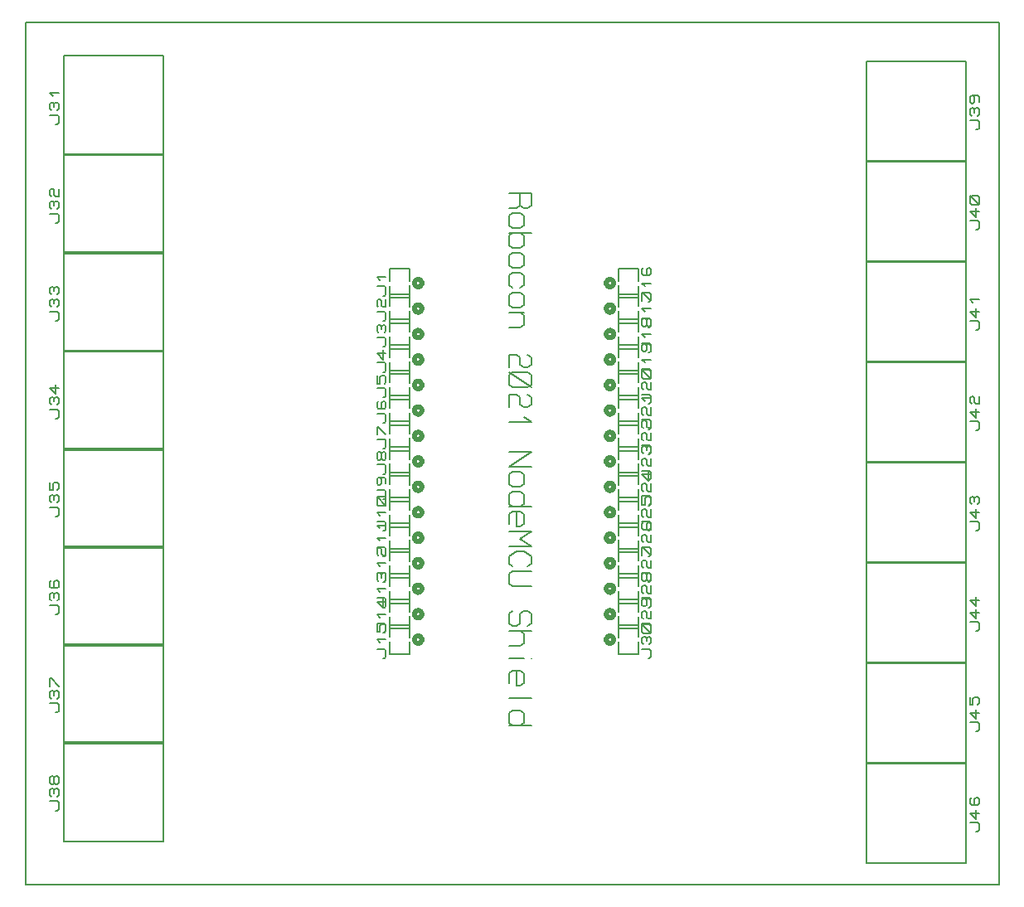
<source format=gbr>
G04 PROTEUS GERBER X2 FILE*
%TF.GenerationSoftware,Labcenter,Proteus,8.10-SP3-Build29560*%
%TF.CreationDate,2021-05-28T10:11:14+00:00*%
%TF.FileFunction,Legend,Top*%
%TF.FilePolarity,Positive*%
%TF.Part,Single*%
%TF.SameCoordinates,{1a505028-ee0b-4b35-8f16-4c51c6c7aedb}*%
%FSLAX45Y45*%
%MOMM*%
G01*
%TA.AperFunction,Material*%
%ADD15C,0.203200*%
%ADD16C,0.508000*%
%ADD17C,0.152400*%
%TA.AperFunction,Profile*%
%ADD14C,0.203200*%
%TD.AperFunction*%
D15*
X-4816000Y+12046000D02*
X-5832000Y+12046000D01*
X-4816000Y+11030000D02*
X-5832000Y+11030000D01*
X-5832000Y+12046000D02*
X-5832000Y+11030000D01*
X-4816000Y+12046000D02*
X-4816000Y+11030000D01*
X-4714400Y+11347500D02*
X-4699160Y+11347500D01*
X-4683920Y+11363375D01*
X-4683920Y+11426875D01*
X-4699160Y+11442750D01*
X-4775360Y+11442750D01*
X-4760120Y+11490375D02*
X-4775360Y+11506250D01*
X-4775360Y+11553875D01*
X-4760120Y+11569750D01*
X-4744880Y+11569750D01*
X-4729640Y+11553875D01*
X-4714400Y+11569750D01*
X-4699160Y+11569750D01*
X-4683920Y+11553875D01*
X-4683920Y+11506250D01*
X-4699160Y+11490375D01*
X-4729640Y+11522125D02*
X-4729640Y+11553875D01*
X-4744880Y+11696750D02*
X-4729640Y+11680875D01*
X-4729640Y+11633250D01*
X-4744880Y+11617375D01*
X-4760120Y+11617375D01*
X-4775360Y+11633250D01*
X-4775360Y+11680875D01*
X-4760120Y+11696750D01*
X-4699160Y+11696750D01*
X-4683920Y+11680875D01*
X-4683920Y+11633250D01*
X-4816000Y+11022000D02*
X-5832000Y+11022000D01*
X-4816000Y+10006000D02*
X-5832000Y+10006000D01*
X-5832000Y+11022000D02*
X-5832000Y+10006000D01*
X-4816000Y+11022000D02*
X-4816000Y+10006000D01*
X-4714400Y+10323500D02*
X-4699160Y+10323500D01*
X-4683920Y+10339375D01*
X-4683920Y+10402875D01*
X-4699160Y+10418750D01*
X-4775360Y+10418750D01*
X-4714400Y+10545750D02*
X-4714400Y+10450500D01*
X-4775360Y+10514000D01*
X-4683920Y+10514000D01*
X-4699160Y+10577500D02*
X-4760120Y+10577500D01*
X-4775360Y+10593375D01*
X-4775360Y+10656875D01*
X-4760120Y+10672750D01*
X-4699160Y+10672750D01*
X-4683920Y+10656875D01*
X-4683920Y+10593375D01*
X-4699160Y+10577500D01*
X-4683920Y+10577500D02*
X-4775360Y+10672750D01*
X-4816000Y+9998000D02*
X-5832000Y+9998000D01*
X-4816000Y+8982000D02*
X-5832000Y+8982000D01*
X-5832000Y+9998000D02*
X-5832000Y+8982000D01*
X-4816000Y+9998000D02*
X-4816000Y+8982000D01*
X-4714400Y+9299500D02*
X-4699160Y+9299500D01*
X-4683920Y+9315375D01*
X-4683920Y+9378875D01*
X-4699160Y+9394750D01*
X-4775360Y+9394750D01*
X-4714400Y+9521750D02*
X-4714400Y+9426500D01*
X-4775360Y+9490000D01*
X-4683920Y+9490000D01*
X-4744880Y+9585250D02*
X-4775360Y+9617000D01*
X-4683920Y+9617000D01*
X-4816000Y+8974000D02*
X-5832000Y+8974000D01*
X-4816000Y+7958000D02*
X-5832000Y+7958000D01*
X-5832000Y+8974000D02*
X-5832000Y+7958000D01*
X-4816000Y+8974000D02*
X-4816000Y+7958000D01*
X-4714400Y+8275500D02*
X-4699160Y+8275500D01*
X-4683920Y+8291375D01*
X-4683920Y+8354875D01*
X-4699160Y+8370750D01*
X-4775360Y+8370750D01*
X-4714400Y+8497750D02*
X-4714400Y+8402500D01*
X-4775360Y+8466000D01*
X-4683920Y+8466000D01*
X-4760120Y+8545375D02*
X-4775360Y+8561250D01*
X-4775360Y+8608875D01*
X-4760120Y+8624750D01*
X-4744880Y+8624750D01*
X-4729640Y+8608875D01*
X-4729640Y+8561250D01*
X-4714400Y+8545375D01*
X-4683920Y+8545375D01*
X-4683920Y+8624750D01*
X-4816000Y+7950000D02*
X-5832000Y+7950000D01*
X-4816000Y+6934000D02*
X-5832000Y+6934000D01*
X-5832000Y+7950000D02*
X-5832000Y+6934000D01*
X-4816000Y+7950000D02*
X-4816000Y+6934000D01*
X-4714400Y+7251500D02*
X-4699160Y+7251500D01*
X-4683920Y+7267375D01*
X-4683920Y+7330875D01*
X-4699160Y+7346750D01*
X-4775360Y+7346750D01*
X-4714400Y+7473750D02*
X-4714400Y+7378500D01*
X-4775360Y+7442000D01*
X-4683920Y+7442000D01*
X-4760120Y+7521375D02*
X-4775360Y+7537250D01*
X-4775360Y+7584875D01*
X-4760120Y+7600750D01*
X-4744880Y+7600750D01*
X-4729640Y+7584875D01*
X-4714400Y+7600750D01*
X-4699160Y+7600750D01*
X-4683920Y+7584875D01*
X-4683920Y+7537250D01*
X-4699160Y+7521375D01*
X-4729640Y+7553125D02*
X-4729640Y+7584875D01*
X-4816000Y+6926000D02*
X-5832000Y+6926000D01*
X-4816000Y+5910000D02*
X-5832000Y+5910000D01*
X-5832000Y+6926000D02*
X-5832000Y+5910000D01*
X-4816000Y+6926000D02*
X-4816000Y+5910000D01*
X-4714400Y+6227500D02*
X-4699160Y+6227500D01*
X-4683920Y+6243375D01*
X-4683920Y+6306875D01*
X-4699160Y+6322750D01*
X-4775360Y+6322750D01*
X-4714400Y+6449750D02*
X-4714400Y+6354500D01*
X-4775360Y+6418000D01*
X-4683920Y+6418000D01*
X-4714400Y+6576750D02*
X-4714400Y+6481500D01*
X-4775360Y+6545000D01*
X-4683920Y+6545000D01*
X-4816000Y+5902000D02*
X-5832000Y+5902000D01*
X-4816000Y+4886000D02*
X-5832000Y+4886000D01*
X-5832000Y+5902000D02*
X-5832000Y+4886000D01*
X-4816000Y+5902000D02*
X-4816000Y+4886000D01*
X-4714400Y+5203500D02*
X-4699160Y+5203500D01*
X-4683920Y+5219375D01*
X-4683920Y+5282875D01*
X-4699160Y+5298750D01*
X-4775360Y+5298750D01*
X-4714400Y+5425750D02*
X-4714400Y+5330500D01*
X-4775360Y+5394000D01*
X-4683920Y+5394000D01*
X-4775360Y+5552750D02*
X-4775360Y+5473375D01*
X-4744880Y+5473375D01*
X-4744880Y+5536875D01*
X-4729640Y+5552750D01*
X-4699160Y+5552750D01*
X-4683920Y+5536875D01*
X-4683920Y+5489250D01*
X-4699160Y+5473375D01*
X-4816000Y+4878000D02*
X-5832000Y+4878000D01*
X-4816000Y+3862000D02*
X-5832000Y+3862000D01*
X-5832000Y+4878000D02*
X-5832000Y+3862000D01*
X-4816000Y+4878000D02*
X-4816000Y+3862000D01*
X-4714400Y+4179500D02*
X-4699160Y+4179500D01*
X-4683920Y+4195375D01*
X-4683920Y+4258875D01*
X-4699160Y+4274750D01*
X-4775360Y+4274750D01*
X-4714400Y+4401750D02*
X-4714400Y+4306500D01*
X-4775360Y+4370000D01*
X-4683920Y+4370000D01*
X-4760120Y+4528750D02*
X-4775360Y+4512875D01*
X-4775360Y+4465250D01*
X-4760120Y+4449375D01*
X-4699160Y+4449375D01*
X-4683920Y+4465250D01*
X-4683920Y+4512875D01*
X-4699160Y+4528750D01*
X-4714400Y+4528750D01*
X-4729640Y+4512875D01*
X-4729640Y+4449375D01*
D16*
X-10371400Y+9780000D02*
X-10371531Y+9783158D01*
X-10372597Y+9789476D01*
X-10374828Y+9795794D01*
X-10378473Y+9802112D01*
X-10384048Y+9808351D01*
X-10390366Y+9812947D01*
X-10396684Y+9815880D01*
X-10403002Y+9817542D01*
X-10409320Y+9818100D01*
X-10409500Y+9818100D01*
X-10447600Y+9780000D02*
X-10447469Y+9783158D01*
X-10446403Y+9789476D01*
X-10444172Y+9795794D01*
X-10440527Y+9802112D01*
X-10434952Y+9808351D01*
X-10428634Y+9812947D01*
X-10422316Y+9815880D01*
X-10415998Y+9817542D01*
X-10409680Y+9818100D01*
X-10409500Y+9818100D01*
X-10447600Y+9780000D02*
X-10447469Y+9776842D01*
X-10446403Y+9770524D01*
X-10444172Y+9764206D01*
X-10440527Y+9757888D01*
X-10434952Y+9751649D01*
X-10428634Y+9747053D01*
X-10422316Y+9744120D01*
X-10415998Y+9742458D01*
X-10409680Y+9741900D01*
X-10409500Y+9741900D01*
X-10371400Y+9780000D02*
X-10371531Y+9776842D01*
X-10372597Y+9770524D01*
X-10374828Y+9764206D01*
X-10378473Y+9757888D01*
X-10384048Y+9751649D01*
X-10390366Y+9747053D01*
X-10396684Y+9744120D01*
X-10403002Y+9742458D01*
X-10409320Y+9741900D01*
X-10409500Y+9741900D01*
D17*
X-10499340Y+9630140D02*
X-10499340Y+9757593D01*
X-10499340Y+9929860D02*
X-10700000Y+9929860D01*
X-10700000Y+9805191D01*
X-10700000Y+9630140D02*
X-10499340Y+9630140D01*
X-10700000Y+9754809D02*
X-10700000Y+9630140D01*
X-10499340Y+9802407D02*
X-10499340Y+9929860D01*
D15*
X-10768580Y+9653000D02*
X-10753340Y+9653000D01*
X-10738100Y+9668875D01*
X-10738100Y+9732375D01*
X-10753340Y+9748250D01*
X-10829540Y+9748250D01*
X-10799060Y+9811750D02*
X-10829540Y+9843500D01*
X-10738100Y+9843500D01*
D16*
X-10371400Y+9520000D02*
X-10371531Y+9523158D01*
X-10372597Y+9529476D01*
X-10374828Y+9535794D01*
X-10378473Y+9542112D01*
X-10384048Y+9548351D01*
X-10390366Y+9552947D01*
X-10396684Y+9555880D01*
X-10403002Y+9557542D01*
X-10409320Y+9558100D01*
X-10409500Y+9558100D01*
X-10447600Y+9520000D02*
X-10447469Y+9523158D01*
X-10446403Y+9529476D01*
X-10444172Y+9535794D01*
X-10440527Y+9542112D01*
X-10434952Y+9548351D01*
X-10428634Y+9552947D01*
X-10422316Y+9555880D01*
X-10415998Y+9557542D01*
X-10409680Y+9558100D01*
X-10409500Y+9558100D01*
X-10447600Y+9520000D02*
X-10447469Y+9516842D01*
X-10446403Y+9510524D01*
X-10444172Y+9504206D01*
X-10440527Y+9497888D01*
X-10434952Y+9491649D01*
X-10428634Y+9487053D01*
X-10422316Y+9484120D01*
X-10415998Y+9482458D01*
X-10409680Y+9481900D01*
X-10409500Y+9481900D01*
X-10371400Y+9520000D02*
X-10371531Y+9516842D01*
X-10372597Y+9510524D01*
X-10374828Y+9504206D01*
X-10378473Y+9497888D01*
X-10384048Y+9491649D01*
X-10390366Y+9487053D01*
X-10396684Y+9484120D01*
X-10403002Y+9482458D01*
X-10409320Y+9481900D01*
X-10409500Y+9481900D01*
D17*
X-10499340Y+9370140D02*
X-10499340Y+9497593D01*
X-10499340Y+9669860D02*
X-10700000Y+9669860D01*
X-10700000Y+9545191D01*
X-10700000Y+9370140D02*
X-10499340Y+9370140D01*
X-10700000Y+9494809D02*
X-10700000Y+9370140D01*
X-10499340Y+9542407D02*
X-10499340Y+9669860D01*
D15*
X-10768580Y+9393000D02*
X-10753340Y+9393000D01*
X-10738100Y+9408875D01*
X-10738100Y+9472375D01*
X-10753340Y+9488250D01*
X-10829540Y+9488250D01*
X-10814300Y+9535875D02*
X-10829540Y+9551750D01*
X-10829540Y+9599375D01*
X-10814300Y+9615250D01*
X-10799060Y+9615250D01*
X-10783820Y+9599375D01*
X-10783820Y+9551750D01*
X-10768580Y+9535875D01*
X-10738100Y+9535875D01*
X-10738100Y+9615250D01*
D16*
X-10371400Y+9260000D02*
X-10371531Y+9263158D01*
X-10372597Y+9269476D01*
X-10374828Y+9275794D01*
X-10378473Y+9282112D01*
X-10384048Y+9288351D01*
X-10390366Y+9292947D01*
X-10396684Y+9295880D01*
X-10403002Y+9297542D01*
X-10409320Y+9298100D01*
X-10409500Y+9298100D01*
X-10447600Y+9260000D02*
X-10447469Y+9263158D01*
X-10446403Y+9269476D01*
X-10444172Y+9275794D01*
X-10440527Y+9282112D01*
X-10434952Y+9288351D01*
X-10428634Y+9292947D01*
X-10422316Y+9295880D01*
X-10415998Y+9297542D01*
X-10409680Y+9298100D01*
X-10409500Y+9298100D01*
X-10447600Y+9260000D02*
X-10447469Y+9256842D01*
X-10446403Y+9250524D01*
X-10444172Y+9244206D01*
X-10440527Y+9237888D01*
X-10434952Y+9231649D01*
X-10428634Y+9227053D01*
X-10422316Y+9224120D01*
X-10415998Y+9222458D01*
X-10409680Y+9221900D01*
X-10409500Y+9221900D01*
X-10371400Y+9260000D02*
X-10371531Y+9256842D01*
X-10372597Y+9250524D01*
X-10374828Y+9244206D01*
X-10378473Y+9237888D01*
X-10384048Y+9231649D01*
X-10390366Y+9227053D01*
X-10396684Y+9224120D01*
X-10403002Y+9222458D01*
X-10409320Y+9221900D01*
X-10409500Y+9221900D01*
D17*
X-10499340Y+9110140D02*
X-10499340Y+9237593D01*
X-10499340Y+9409860D02*
X-10700000Y+9409860D01*
X-10700000Y+9285191D01*
X-10700000Y+9110140D02*
X-10499340Y+9110140D01*
X-10700000Y+9234809D02*
X-10700000Y+9110140D01*
X-10499340Y+9282407D02*
X-10499340Y+9409860D01*
D15*
X-10768580Y+9133000D02*
X-10753340Y+9133000D01*
X-10738100Y+9148875D01*
X-10738100Y+9212375D01*
X-10753340Y+9228250D01*
X-10829540Y+9228250D01*
X-10814300Y+9275875D02*
X-10829540Y+9291750D01*
X-10829540Y+9339375D01*
X-10814300Y+9355250D01*
X-10799060Y+9355250D01*
X-10783820Y+9339375D01*
X-10768580Y+9355250D01*
X-10753340Y+9355250D01*
X-10738100Y+9339375D01*
X-10738100Y+9291750D01*
X-10753340Y+9275875D01*
X-10783820Y+9307625D02*
X-10783820Y+9339375D01*
D16*
X-10371400Y+9000000D02*
X-10371531Y+9003158D01*
X-10372597Y+9009476D01*
X-10374828Y+9015794D01*
X-10378473Y+9022112D01*
X-10384048Y+9028351D01*
X-10390366Y+9032947D01*
X-10396684Y+9035880D01*
X-10403002Y+9037542D01*
X-10409320Y+9038100D01*
X-10409500Y+9038100D01*
X-10447600Y+9000000D02*
X-10447469Y+9003158D01*
X-10446403Y+9009476D01*
X-10444172Y+9015794D01*
X-10440527Y+9022112D01*
X-10434952Y+9028351D01*
X-10428634Y+9032947D01*
X-10422316Y+9035880D01*
X-10415998Y+9037542D01*
X-10409680Y+9038100D01*
X-10409500Y+9038100D01*
X-10447600Y+9000000D02*
X-10447469Y+8996842D01*
X-10446403Y+8990524D01*
X-10444172Y+8984206D01*
X-10440527Y+8977888D01*
X-10434952Y+8971649D01*
X-10428634Y+8967053D01*
X-10422316Y+8964120D01*
X-10415998Y+8962458D01*
X-10409680Y+8961900D01*
X-10409500Y+8961900D01*
X-10371400Y+9000000D02*
X-10371531Y+8996842D01*
X-10372597Y+8990524D01*
X-10374828Y+8984206D01*
X-10378473Y+8977888D01*
X-10384048Y+8971649D01*
X-10390366Y+8967053D01*
X-10396684Y+8964120D01*
X-10403002Y+8962458D01*
X-10409320Y+8961900D01*
X-10409500Y+8961900D01*
D17*
X-10499340Y+8850140D02*
X-10499340Y+8977593D01*
X-10499340Y+9149860D02*
X-10700000Y+9149860D01*
X-10700000Y+9025191D01*
X-10700000Y+8850140D02*
X-10499340Y+8850140D01*
X-10700000Y+8974809D02*
X-10700000Y+8850140D01*
X-10499340Y+9022407D02*
X-10499340Y+9149860D01*
D15*
X-10768580Y+8873000D02*
X-10753340Y+8873000D01*
X-10738100Y+8888875D01*
X-10738100Y+8952375D01*
X-10753340Y+8968250D01*
X-10829540Y+8968250D01*
X-10768580Y+9095250D02*
X-10768580Y+9000000D01*
X-10829540Y+9063500D01*
X-10738100Y+9063500D01*
D16*
X-10371400Y+8740000D02*
X-10371531Y+8743158D01*
X-10372597Y+8749476D01*
X-10374828Y+8755794D01*
X-10378473Y+8762112D01*
X-10384048Y+8768351D01*
X-10390366Y+8772947D01*
X-10396684Y+8775880D01*
X-10403002Y+8777542D01*
X-10409320Y+8778100D01*
X-10409500Y+8778100D01*
X-10447600Y+8740000D02*
X-10447469Y+8743158D01*
X-10446403Y+8749476D01*
X-10444172Y+8755794D01*
X-10440527Y+8762112D01*
X-10434952Y+8768351D01*
X-10428634Y+8772947D01*
X-10422316Y+8775880D01*
X-10415998Y+8777542D01*
X-10409680Y+8778100D01*
X-10409500Y+8778100D01*
X-10447600Y+8740000D02*
X-10447469Y+8736842D01*
X-10446403Y+8730524D01*
X-10444172Y+8724206D01*
X-10440527Y+8717888D01*
X-10434952Y+8711649D01*
X-10428634Y+8707053D01*
X-10422316Y+8704120D01*
X-10415998Y+8702458D01*
X-10409680Y+8701900D01*
X-10409500Y+8701900D01*
X-10371400Y+8740000D02*
X-10371531Y+8736842D01*
X-10372597Y+8730524D01*
X-10374828Y+8724206D01*
X-10378473Y+8717888D01*
X-10384048Y+8711649D01*
X-10390366Y+8707053D01*
X-10396684Y+8704120D01*
X-10403002Y+8702458D01*
X-10409320Y+8701900D01*
X-10409500Y+8701900D01*
D17*
X-10499340Y+8590140D02*
X-10499340Y+8717593D01*
X-10499340Y+8889860D02*
X-10700000Y+8889860D01*
X-10700000Y+8765191D01*
X-10700000Y+8590140D02*
X-10499340Y+8590140D01*
X-10700000Y+8714809D02*
X-10700000Y+8590140D01*
X-10499340Y+8762407D02*
X-10499340Y+8889860D01*
D15*
X-10768580Y+8613000D02*
X-10753340Y+8613000D01*
X-10738100Y+8628875D01*
X-10738100Y+8692375D01*
X-10753340Y+8708250D01*
X-10829540Y+8708250D01*
X-10829540Y+8835250D02*
X-10829540Y+8755875D01*
X-10799060Y+8755875D01*
X-10799060Y+8819375D01*
X-10783820Y+8835250D01*
X-10753340Y+8835250D01*
X-10738100Y+8819375D01*
X-10738100Y+8771750D01*
X-10753340Y+8755875D01*
D16*
X-10371400Y+8480000D02*
X-10371531Y+8483158D01*
X-10372597Y+8489476D01*
X-10374828Y+8495794D01*
X-10378473Y+8502112D01*
X-10384048Y+8508351D01*
X-10390366Y+8512947D01*
X-10396684Y+8515880D01*
X-10403002Y+8517542D01*
X-10409320Y+8518100D01*
X-10409500Y+8518100D01*
X-10447600Y+8480000D02*
X-10447469Y+8483158D01*
X-10446403Y+8489476D01*
X-10444172Y+8495794D01*
X-10440527Y+8502112D01*
X-10434952Y+8508351D01*
X-10428634Y+8512947D01*
X-10422316Y+8515880D01*
X-10415998Y+8517542D01*
X-10409680Y+8518100D01*
X-10409500Y+8518100D01*
X-10447600Y+8480000D02*
X-10447469Y+8476842D01*
X-10446403Y+8470524D01*
X-10444172Y+8464206D01*
X-10440527Y+8457888D01*
X-10434952Y+8451649D01*
X-10428634Y+8447053D01*
X-10422316Y+8444120D01*
X-10415998Y+8442458D01*
X-10409680Y+8441900D01*
X-10409500Y+8441900D01*
X-10371400Y+8480000D02*
X-10371531Y+8476842D01*
X-10372597Y+8470524D01*
X-10374828Y+8464206D01*
X-10378473Y+8457888D01*
X-10384048Y+8451649D01*
X-10390366Y+8447053D01*
X-10396684Y+8444120D01*
X-10403002Y+8442458D01*
X-10409320Y+8441900D01*
X-10409500Y+8441900D01*
D17*
X-10499340Y+8330140D02*
X-10499340Y+8457593D01*
X-10499340Y+8629860D02*
X-10700000Y+8629860D01*
X-10700000Y+8505191D01*
X-10700000Y+8330140D02*
X-10499340Y+8330140D01*
X-10700000Y+8454809D02*
X-10700000Y+8330140D01*
X-10499340Y+8502407D02*
X-10499340Y+8629860D01*
D15*
X-10768580Y+8353000D02*
X-10753340Y+8353000D01*
X-10738100Y+8368875D01*
X-10738100Y+8432375D01*
X-10753340Y+8448250D01*
X-10829540Y+8448250D01*
X-10814300Y+8575250D02*
X-10829540Y+8559375D01*
X-10829540Y+8511750D01*
X-10814300Y+8495875D01*
X-10753340Y+8495875D01*
X-10738100Y+8511750D01*
X-10738100Y+8559375D01*
X-10753340Y+8575250D01*
X-10768580Y+8575250D01*
X-10783820Y+8559375D01*
X-10783820Y+8495875D01*
D16*
X-10371400Y+8220000D02*
X-10371531Y+8223158D01*
X-10372597Y+8229476D01*
X-10374828Y+8235794D01*
X-10378473Y+8242112D01*
X-10384048Y+8248351D01*
X-10390366Y+8252947D01*
X-10396684Y+8255880D01*
X-10403002Y+8257542D01*
X-10409320Y+8258100D01*
X-10409500Y+8258100D01*
X-10447600Y+8220000D02*
X-10447469Y+8223158D01*
X-10446403Y+8229476D01*
X-10444172Y+8235794D01*
X-10440527Y+8242112D01*
X-10434952Y+8248351D01*
X-10428634Y+8252947D01*
X-10422316Y+8255880D01*
X-10415998Y+8257542D01*
X-10409680Y+8258100D01*
X-10409500Y+8258100D01*
X-10447600Y+8220000D02*
X-10447469Y+8216842D01*
X-10446403Y+8210524D01*
X-10444172Y+8204206D01*
X-10440527Y+8197888D01*
X-10434952Y+8191649D01*
X-10428634Y+8187053D01*
X-10422316Y+8184120D01*
X-10415998Y+8182458D01*
X-10409680Y+8181900D01*
X-10409500Y+8181900D01*
X-10371400Y+8220000D02*
X-10371531Y+8216842D01*
X-10372597Y+8210524D01*
X-10374828Y+8204206D01*
X-10378473Y+8197888D01*
X-10384048Y+8191649D01*
X-10390366Y+8187053D01*
X-10396684Y+8184120D01*
X-10403002Y+8182458D01*
X-10409320Y+8181900D01*
X-10409500Y+8181900D01*
D17*
X-10499340Y+8070140D02*
X-10499340Y+8197593D01*
X-10499340Y+8369860D02*
X-10700000Y+8369860D01*
X-10700000Y+8245191D01*
X-10700000Y+8070140D02*
X-10499340Y+8070140D01*
X-10700000Y+8194809D02*
X-10700000Y+8070140D01*
X-10499340Y+8242407D02*
X-10499340Y+8369860D01*
D15*
X-10768580Y+8093000D02*
X-10753340Y+8093000D01*
X-10738100Y+8108875D01*
X-10738100Y+8172375D01*
X-10753340Y+8188250D01*
X-10829540Y+8188250D01*
X-10829540Y+8235875D02*
X-10829540Y+8315250D01*
X-10814300Y+8315250D01*
X-10738100Y+8235875D01*
D16*
X-10371400Y+7960000D02*
X-10371531Y+7963158D01*
X-10372597Y+7969476D01*
X-10374828Y+7975794D01*
X-10378473Y+7982112D01*
X-10384048Y+7988351D01*
X-10390366Y+7992947D01*
X-10396684Y+7995880D01*
X-10403002Y+7997542D01*
X-10409320Y+7998100D01*
X-10409500Y+7998100D01*
X-10447600Y+7960000D02*
X-10447469Y+7963158D01*
X-10446403Y+7969476D01*
X-10444172Y+7975794D01*
X-10440527Y+7982112D01*
X-10434952Y+7988351D01*
X-10428634Y+7992947D01*
X-10422316Y+7995880D01*
X-10415998Y+7997542D01*
X-10409680Y+7998100D01*
X-10409500Y+7998100D01*
X-10447600Y+7960000D02*
X-10447469Y+7956842D01*
X-10446403Y+7950524D01*
X-10444172Y+7944206D01*
X-10440527Y+7937888D01*
X-10434952Y+7931649D01*
X-10428634Y+7927053D01*
X-10422316Y+7924120D01*
X-10415998Y+7922458D01*
X-10409680Y+7921900D01*
X-10409500Y+7921900D01*
X-10371400Y+7960000D02*
X-10371531Y+7956842D01*
X-10372597Y+7950524D01*
X-10374828Y+7944206D01*
X-10378473Y+7937888D01*
X-10384048Y+7931649D01*
X-10390366Y+7927053D01*
X-10396684Y+7924120D01*
X-10403002Y+7922458D01*
X-10409320Y+7921900D01*
X-10409500Y+7921900D01*
D17*
X-10499340Y+7810140D02*
X-10499340Y+7937593D01*
X-10499340Y+8109860D02*
X-10700000Y+8109860D01*
X-10700000Y+7985191D01*
X-10700000Y+7810140D02*
X-10499340Y+7810140D01*
X-10700000Y+7934809D02*
X-10700000Y+7810140D01*
X-10499340Y+7982407D02*
X-10499340Y+8109860D01*
D15*
X-10768580Y+7833000D02*
X-10753340Y+7833000D01*
X-10738100Y+7848875D01*
X-10738100Y+7912375D01*
X-10753340Y+7928250D01*
X-10829540Y+7928250D01*
X-10783820Y+7991750D02*
X-10799060Y+7975875D01*
X-10814300Y+7975875D01*
X-10829540Y+7991750D01*
X-10829540Y+8039375D01*
X-10814300Y+8055250D01*
X-10799060Y+8055250D01*
X-10783820Y+8039375D01*
X-10783820Y+7991750D01*
X-10768580Y+7975875D01*
X-10753340Y+7975875D01*
X-10738100Y+7991750D01*
X-10738100Y+8039375D01*
X-10753340Y+8055250D01*
X-10768580Y+8055250D01*
X-10783820Y+8039375D01*
D16*
X-10371400Y+7700000D02*
X-10371531Y+7703158D01*
X-10372597Y+7709476D01*
X-10374828Y+7715794D01*
X-10378473Y+7722112D01*
X-10384048Y+7728351D01*
X-10390366Y+7732947D01*
X-10396684Y+7735880D01*
X-10403002Y+7737542D01*
X-10409320Y+7738100D01*
X-10409500Y+7738100D01*
X-10447600Y+7700000D02*
X-10447469Y+7703158D01*
X-10446403Y+7709476D01*
X-10444172Y+7715794D01*
X-10440527Y+7722112D01*
X-10434952Y+7728351D01*
X-10428634Y+7732947D01*
X-10422316Y+7735880D01*
X-10415998Y+7737542D01*
X-10409680Y+7738100D01*
X-10409500Y+7738100D01*
X-10447600Y+7700000D02*
X-10447469Y+7696842D01*
X-10446403Y+7690524D01*
X-10444172Y+7684206D01*
X-10440527Y+7677888D01*
X-10434952Y+7671649D01*
X-10428634Y+7667053D01*
X-10422316Y+7664120D01*
X-10415998Y+7662458D01*
X-10409680Y+7661900D01*
X-10409500Y+7661900D01*
X-10371400Y+7700000D02*
X-10371531Y+7696842D01*
X-10372597Y+7690524D01*
X-10374828Y+7684206D01*
X-10378473Y+7677888D01*
X-10384048Y+7671649D01*
X-10390366Y+7667053D01*
X-10396684Y+7664120D01*
X-10403002Y+7662458D01*
X-10409320Y+7661900D01*
X-10409500Y+7661900D01*
D17*
X-10499340Y+7550140D02*
X-10499340Y+7677593D01*
X-10499340Y+7849860D02*
X-10700000Y+7849860D01*
X-10700000Y+7725191D01*
X-10700000Y+7550140D02*
X-10499340Y+7550140D01*
X-10700000Y+7674809D02*
X-10700000Y+7550140D01*
X-10499340Y+7722407D02*
X-10499340Y+7849860D01*
D15*
X-10768580Y+7573000D02*
X-10753340Y+7573000D01*
X-10738100Y+7588875D01*
X-10738100Y+7652375D01*
X-10753340Y+7668250D01*
X-10829540Y+7668250D01*
X-10799060Y+7795250D02*
X-10783820Y+7779375D01*
X-10783820Y+7731750D01*
X-10799060Y+7715875D01*
X-10814300Y+7715875D01*
X-10829540Y+7731750D01*
X-10829540Y+7779375D01*
X-10814300Y+7795250D01*
X-10753340Y+7795250D01*
X-10738100Y+7779375D01*
X-10738100Y+7731750D01*
D16*
X-10371400Y+7440000D02*
X-10371531Y+7443158D01*
X-10372597Y+7449476D01*
X-10374828Y+7455794D01*
X-10378473Y+7462112D01*
X-10384048Y+7468351D01*
X-10390366Y+7472947D01*
X-10396684Y+7475880D01*
X-10403002Y+7477542D01*
X-10409320Y+7478100D01*
X-10409500Y+7478100D01*
X-10447600Y+7440000D02*
X-10447469Y+7443158D01*
X-10446403Y+7449476D01*
X-10444172Y+7455794D01*
X-10440527Y+7462112D01*
X-10434952Y+7468351D01*
X-10428634Y+7472947D01*
X-10422316Y+7475880D01*
X-10415998Y+7477542D01*
X-10409680Y+7478100D01*
X-10409500Y+7478100D01*
X-10447600Y+7440000D02*
X-10447469Y+7436842D01*
X-10446403Y+7430524D01*
X-10444172Y+7424206D01*
X-10440527Y+7417888D01*
X-10434952Y+7411649D01*
X-10428634Y+7407053D01*
X-10422316Y+7404120D01*
X-10415998Y+7402458D01*
X-10409680Y+7401900D01*
X-10409500Y+7401900D01*
X-10371400Y+7440000D02*
X-10371531Y+7436842D01*
X-10372597Y+7430524D01*
X-10374828Y+7424206D01*
X-10378473Y+7417888D01*
X-10384048Y+7411649D01*
X-10390366Y+7407053D01*
X-10396684Y+7404120D01*
X-10403002Y+7402458D01*
X-10409320Y+7401900D01*
X-10409500Y+7401900D01*
D17*
X-10499340Y+7290140D02*
X-10499340Y+7417593D01*
X-10499340Y+7589860D02*
X-10700000Y+7589860D01*
X-10700000Y+7465191D01*
X-10700000Y+7290140D02*
X-10499340Y+7290140D01*
X-10700000Y+7414809D02*
X-10700000Y+7290140D01*
X-10499340Y+7462407D02*
X-10499340Y+7589860D01*
D15*
X-10768580Y+7249500D02*
X-10753340Y+7249500D01*
X-10738100Y+7265375D01*
X-10738100Y+7328875D01*
X-10753340Y+7344750D01*
X-10829540Y+7344750D01*
X-10799060Y+7408250D02*
X-10829540Y+7440000D01*
X-10738100Y+7440000D01*
X-10753340Y+7503500D02*
X-10814300Y+7503500D01*
X-10829540Y+7519375D01*
X-10829540Y+7582875D01*
X-10814300Y+7598750D01*
X-10753340Y+7598750D01*
X-10738100Y+7582875D01*
X-10738100Y+7519375D01*
X-10753340Y+7503500D01*
X-10738100Y+7503500D02*
X-10829540Y+7598750D01*
D16*
X-10371400Y+7180000D02*
X-10371531Y+7183158D01*
X-10372597Y+7189476D01*
X-10374828Y+7195794D01*
X-10378473Y+7202112D01*
X-10384048Y+7208351D01*
X-10390366Y+7212947D01*
X-10396684Y+7215880D01*
X-10403002Y+7217542D01*
X-10409320Y+7218100D01*
X-10409500Y+7218100D01*
X-10447600Y+7180000D02*
X-10447469Y+7183158D01*
X-10446403Y+7189476D01*
X-10444172Y+7195794D01*
X-10440527Y+7202112D01*
X-10434952Y+7208351D01*
X-10428634Y+7212947D01*
X-10422316Y+7215880D01*
X-10415998Y+7217542D01*
X-10409680Y+7218100D01*
X-10409500Y+7218100D01*
X-10447600Y+7180000D02*
X-10447469Y+7176842D01*
X-10446403Y+7170524D01*
X-10444172Y+7164206D01*
X-10440527Y+7157888D01*
X-10434952Y+7151649D01*
X-10428634Y+7147053D01*
X-10422316Y+7144120D01*
X-10415998Y+7142458D01*
X-10409680Y+7141900D01*
X-10409500Y+7141900D01*
X-10371400Y+7180000D02*
X-10371531Y+7176842D01*
X-10372597Y+7170524D01*
X-10374828Y+7164206D01*
X-10378473Y+7157888D01*
X-10384048Y+7151649D01*
X-10390366Y+7147053D01*
X-10396684Y+7144120D01*
X-10403002Y+7142458D01*
X-10409320Y+7141900D01*
X-10409500Y+7141900D01*
D17*
X-10499340Y+7030140D02*
X-10499340Y+7157593D01*
X-10499340Y+7329860D02*
X-10700000Y+7329860D01*
X-10700000Y+7205191D01*
X-10700000Y+7030140D02*
X-10499340Y+7030140D01*
X-10700000Y+7154809D02*
X-10700000Y+7030140D01*
X-10499340Y+7202407D02*
X-10499340Y+7329860D01*
D15*
X-10768580Y+6989500D02*
X-10753340Y+6989500D01*
X-10738100Y+7005375D01*
X-10738100Y+7068875D01*
X-10753340Y+7084750D01*
X-10829540Y+7084750D01*
X-10799060Y+7148250D02*
X-10829540Y+7180000D01*
X-10738100Y+7180000D01*
X-10799060Y+7275250D02*
X-10829540Y+7307000D01*
X-10738100Y+7307000D01*
D16*
X-10371400Y+6920000D02*
X-10371531Y+6923158D01*
X-10372597Y+6929476D01*
X-10374828Y+6935794D01*
X-10378473Y+6942112D01*
X-10384048Y+6948351D01*
X-10390366Y+6952947D01*
X-10396684Y+6955880D01*
X-10403002Y+6957542D01*
X-10409320Y+6958100D01*
X-10409500Y+6958100D01*
X-10447600Y+6920000D02*
X-10447469Y+6923158D01*
X-10446403Y+6929476D01*
X-10444172Y+6935794D01*
X-10440527Y+6942112D01*
X-10434952Y+6948351D01*
X-10428634Y+6952947D01*
X-10422316Y+6955880D01*
X-10415998Y+6957542D01*
X-10409680Y+6958100D01*
X-10409500Y+6958100D01*
X-10447600Y+6920000D02*
X-10447469Y+6916842D01*
X-10446403Y+6910524D01*
X-10444172Y+6904206D01*
X-10440527Y+6897888D01*
X-10434952Y+6891649D01*
X-10428634Y+6887053D01*
X-10422316Y+6884120D01*
X-10415998Y+6882458D01*
X-10409680Y+6881900D01*
X-10409500Y+6881900D01*
X-10371400Y+6920000D02*
X-10371531Y+6916842D01*
X-10372597Y+6910524D01*
X-10374828Y+6904206D01*
X-10378473Y+6897888D01*
X-10384048Y+6891649D01*
X-10390366Y+6887053D01*
X-10396684Y+6884120D01*
X-10403002Y+6882458D01*
X-10409320Y+6881900D01*
X-10409500Y+6881900D01*
D17*
X-10499340Y+6770140D02*
X-10499340Y+6897593D01*
X-10499340Y+7069860D02*
X-10700000Y+7069860D01*
X-10700000Y+6945191D01*
X-10700000Y+6770140D02*
X-10499340Y+6770140D01*
X-10700000Y+6894809D02*
X-10700000Y+6770140D01*
X-10499340Y+6942407D02*
X-10499340Y+7069860D01*
D15*
X-10768580Y+6729500D02*
X-10753340Y+6729500D01*
X-10738100Y+6745375D01*
X-10738100Y+6808875D01*
X-10753340Y+6824750D01*
X-10829540Y+6824750D01*
X-10799060Y+6888250D02*
X-10829540Y+6920000D01*
X-10738100Y+6920000D01*
X-10814300Y+6999375D02*
X-10829540Y+7015250D01*
X-10829540Y+7062875D01*
X-10814300Y+7078750D01*
X-10799060Y+7078750D01*
X-10783820Y+7062875D01*
X-10783820Y+7015250D01*
X-10768580Y+6999375D01*
X-10738100Y+6999375D01*
X-10738100Y+7078750D01*
D16*
X-10371400Y+6660000D02*
X-10371531Y+6663158D01*
X-10372597Y+6669476D01*
X-10374828Y+6675794D01*
X-10378473Y+6682112D01*
X-10384048Y+6688351D01*
X-10390366Y+6692947D01*
X-10396684Y+6695880D01*
X-10403002Y+6697542D01*
X-10409320Y+6698100D01*
X-10409500Y+6698100D01*
X-10447600Y+6660000D02*
X-10447469Y+6663158D01*
X-10446403Y+6669476D01*
X-10444172Y+6675794D01*
X-10440527Y+6682112D01*
X-10434952Y+6688351D01*
X-10428634Y+6692947D01*
X-10422316Y+6695880D01*
X-10415998Y+6697542D01*
X-10409680Y+6698100D01*
X-10409500Y+6698100D01*
X-10447600Y+6660000D02*
X-10447469Y+6656842D01*
X-10446403Y+6650524D01*
X-10444172Y+6644206D01*
X-10440527Y+6637888D01*
X-10434952Y+6631649D01*
X-10428634Y+6627053D01*
X-10422316Y+6624120D01*
X-10415998Y+6622458D01*
X-10409680Y+6621900D01*
X-10409500Y+6621900D01*
X-10371400Y+6660000D02*
X-10371531Y+6656842D01*
X-10372597Y+6650524D01*
X-10374828Y+6644206D01*
X-10378473Y+6637888D01*
X-10384048Y+6631649D01*
X-10390366Y+6627053D01*
X-10396684Y+6624120D01*
X-10403002Y+6622458D01*
X-10409320Y+6621900D01*
X-10409500Y+6621900D01*
D17*
X-10499340Y+6510140D02*
X-10499340Y+6637593D01*
X-10499340Y+6809860D02*
X-10700000Y+6809860D01*
X-10700000Y+6685191D01*
X-10700000Y+6510140D02*
X-10499340Y+6510140D01*
X-10700000Y+6634809D02*
X-10700000Y+6510140D01*
X-10499340Y+6682407D02*
X-10499340Y+6809860D01*
D15*
X-10768580Y+6469500D02*
X-10753340Y+6469500D01*
X-10738100Y+6485375D01*
X-10738100Y+6548875D01*
X-10753340Y+6564750D01*
X-10829540Y+6564750D01*
X-10799060Y+6628250D02*
X-10829540Y+6660000D01*
X-10738100Y+6660000D01*
X-10814300Y+6739375D02*
X-10829540Y+6755250D01*
X-10829540Y+6802875D01*
X-10814300Y+6818750D01*
X-10799060Y+6818750D01*
X-10783820Y+6802875D01*
X-10768580Y+6818750D01*
X-10753340Y+6818750D01*
X-10738100Y+6802875D01*
X-10738100Y+6755250D01*
X-10753340Y+6739375D01*
X-10783820Y+6771125D02*
X-10783820Y+6802875D01*
D16*
X-10371400Y+6400000D02*
X-10371531Y+6403158D01*
X-10372597Y+6409476D01*
X-10374828Y+6415794D01*
X-10378473Y+6422112D01*
X-10384048Y+6428351D01*
X-10390366Y+6432947D01*
X-10396684Y+6435880D01*
X-10403002Y+6437542D01*
X-10409320Y+6438100D01*
X-10409500Y+6438100D01*
X-10447600Y+6400000D02*
X-10447469Y+6403158D01*
X-10446403Y+6409476D01*
X-10444172Y+6415794D01*
X-10440527Y+6422112D01*
X-10434952Y+6428351D01*
X-10428634Y+6432947D01*
X-10422316Y+6435880D01*
X-10415998Y+6437542D01*
X-10409680Y+6438100D01*
X-10409500Y+6438100D01*
X-10447600Y+6400000D02*
X-10447469Y+6396842D01*
X-10446403Y+6390524D01*
X-10444172Y+6384206D01*
X-10440527Y+6377888D01*
X-10434952Y+6371649D01*
X-10428634Y+6367053D01*
X-10422316Y+6364120D01*
X-10415998Y+6362458D01*
X-10409680Y+6361900D01*
X-10409500Y+6361900D01*
X-10371400Y+6400000D02*
X-10371531Y+6396842D01*
X-10372597Y+6390524D01*
X-10374828Y+6384206D01*
X-10378473Y+6377888D01*
X-10384048Y+6371649D01*
X-10390366Y+6367053D01*
X-10396684Y+6364120D01*
X-10403002Y+6362458D01*
X-10409320Y+6361900D01*
X-10409500Y+6361900D01*
D17*
X-10499340Y+6250140D02*
X-10499340Y+6377593D01*
X-10499340Y+6549860D02*
X-10700000Y+6549860D01*
X-10700000Y+6425191D01*
X-10700000Y+6250140D02*
X-10499340Y+6250140D01*
X-10700000Y+6374809D02*
X-10700000Y+6250140D01*
X-10499340Y+6422407D02*
X-10499340Y+6549860D01*
D15*
X-10768580Y+6209500D02*
X-10753340Y+6209500D01*
X-10738100Y+6225375D01*
X-10738100Y+6288875D01*
X-10753340Y+6304750D01*
X-10829540Y+6304750D01*
X-10799060Y+6368250D02*
X-10829540Y+6400000D01*
X-10738100Y+6400000D01*
X-10768580Y+6558750D02*
X-10768580Y+6463500D01*
X-10829540Y+6527000D01*
X-10738100Y+6527000D01*
D16*
X-10371400Y+6140000D02*
X-10371531Y+6143158D01*
X-10372597Y+6149476D01*
X-10374828Y+6155794D01*
X-10378473Y+6162112D01*
X-10384048Y+6168351D01*
X-10390366Y+6172947D01*
X-10396684Y+6175880D01*
X-10403002Y+6177542D01*
X-10409320Y+6178100D01*
X-10409500Y+6178100D01*
X-10447600Y+6140000D02*
X-10447469Y+6143158D01*
X-10446403Y+6149476D01*
X-10444172Y+6155794D01*
X-10440527Y+6162112D01*
X-10434952Y+6168351D01*
X-10428634Y+6172947D01*
X-10422316Y+6175880D01*
X-10415998Y+6177542D01*
X-10409680Y+6178100D01*
X-10409500Y+6178100D01*
X-10447600Y+6140000D02*
X-10447469Y+6136842D01*
X-10446403Y+6130524D01*
X-10444172Y+6124206D01*
X-10440527Y+6117888D01*
X-10434952Y+6111649D01*
X-10428634Y+6107053D01*
X-10422316Y+6104120D01*
X-10415998Y+6102458D01*
X-10409680Y+6101900D01*
X-10409500Y+6101900D01*
X-10371400Y+6140000D02*
X-10371531Y+6136842D01*
X-10372597Y+6130524D01*
X-10374828Y+6124206D01*
X-10378473Y+6117888D01*
X-10384048Y+6111649D01*
X-10390366Y+6107053D01*
X-10396684Y+6104120D01*
X-10403002Y+6102458D01*
X-10409320Y+6101900D01*
X-10409500Y+6101900D01*
D17*
X-10499340Y+5990140D02*
X-10499340Y+6117593D01*
X-10499340Y+6289860D02*
X-10700000Y+6289860D01*
X-10700000Y+6165191D01*
X-10700000Y+5990140D02*
X-10499340Y+5990140D01*
X-10700000Y+6114809D02*
X-10700000Y+5990140D01*
X-10499340Y+6162407D02*
X-10499340Y+6289860D01*
D15*
X-10768580Y+5949500D02*
X-10753340Y+5949500D01*
X-10738100Y+5965375D01*
X-10738100Y+6028875D01*
X-10753340Y+6044750D01*
X-10829540Y+6044750D01*
X-10799060Y+6108250D02*
X-10829540Y+6140000D01*
X-10738100Y+6140000D01*
X-10829540Y+6298750D02*
X-10829540Y+6219375D01*
X-10799060Y+6219375D01*
X-10799060Y+6282875D01*
X-10783820Y+6298750D01*
X-10753340Y+6298750D01*
X-10738100Y+6282875D01*
X-10738100Y+6235250D01*
X-10753340Y+6219375D01*
D16*
X-8412400Y+9780000D02*
X-8412531Y+9783158D01*
X-8413597Y+9789476D01*
X-8415828Y+9795794D01*
X-8419473Y+9802112D01*
X-8425048Y+9808351D01*
X-8431366Y+9812947D01*
X-8437684Y+9815880D01*
X-8444002Y+9817542D01*
X-8450320Y+9818100D01*
X-8450500Y+9818100D01*
X-8488600Y+9780000D02*
X-8488469Y+9783158D01*
X-8487403Y+9789476D01*
X-8485172Y+9795794D01*
X-8481527Y+9802112D01*
X-8475952Y+9808351D01*
X-8469634Y+9812947D01*
X-8463316Y+9815880D01*
X-8456998Y+9817542D01*
X-8450680Y+9818100D01*
X-8450500Y+9818100D01*
X-8488600Y+9780000D02*
X-8488469Y+9776842D01*
X-8487403Y+9770524D01*
X-8485172Y+9764206D01*
X-8481527Y+9757888D01*
X-8475952Y+9751649D01*
X-8469634Y+9747053D01*
X-8463316Y+9744120D01*
X-8456998Y+9742458D01*
X-8450680Y+9741900D01*
X-8450500Y+9741900D01*
X-8412400Y+9780000D02*
X-8412531Y+9776842D01*
X-8413597Y+9770524D01*
X-8415828Y+9764206D01*
X-8419473Y+9757888D01*
X-8425048Y+9751649D01*
X-8431366Y+9747053D01*
X-8437684Y+9744120D01*
X-8444002Y+9742458D01*
X-8450320Y+9741900D01*
X-8450500Y+9741900D01*
D17*
X-8360660Y+9929860D02*
X-8360660Y+9802407D01*
X-8360660Y+9630140D02*
X-8160000Y+9630140D01*
X-8160000Y+9754809D01*
X-8160000Y+9929860D02*
X-8360660Y+9929860D01*
X-8160000Y+9805191D02*
X-8160000Y+9929860D01*
X-8360660Y+9757593D02*
X-8360660Y+9630140D01*
D15*
X-8060940Y+9589500D02*
X-8045700Y+9589500D01*
X-8030460Y+9605375D01*
X-8030460Y+9668875D01*
X-8045700Y+9684750D01*
X-8121900Y+9684750D01*
X-8091420Y+9748250D02*
X-8121900Y+9780000D01*
X-8030460Y+9780000D01*
X-8106660Y+9938750D02*
X-8121900Y+9922875D01*
X-8121900Y+9875250D01*
X-8106660Y+9859375D01*
X-8045700Y+9859375D01*
X-8030460Y+9875250D01*
X-8030460Y+9922875D01*
X-8045700Y+9938750D01*
X-8060940Y+9938750D01*
X-8076180Y+9922875D01*
X-8076180Y+9859375D01*
D16*
X-8412400Y+9520000D02*
X-8412531Y+9523158D01*
X-8413597Y+9529476D01*
X-8415828Y+9535794D01*
X-8419473Y+9542112D01*
X-8425048Y+9548351D01*
X-8431366Y+9552947D01*
X-8437684Y+9555880D01*
X-8444002Y+9557542D01*
X-8450320Y+9558100D01*
X-8450500Y+9558100D01*
X-8488600Y+9520000D02*
X-8488469Y+9523158D01*
X-8487403Y+9529476D01*
X-8485172Y+9535794D01*
X-8481527Y+9542112D01*
X-8475952Y+9548351D01*
X-8469634Y+9552947D01*
X-8463316Y+9555880D01*
X-8456998Y+9557542D01*
X-8450680Y+9558100D01*
X-8450500Y+9558100D01*
X-8488600Y+9520000D02*
X-8488469Y+9516842D01*
X-8487403Y+9510524D01*
X-8485172Y+9504206D01*
X-8481527Y+9497888D01*
X-8475952Y+9491649D01*
X-8469634Y+9487053D01*
X-8463316Y+9484120D01*
X-8456998Y+9482458D01*
X-8450680Y+9481900D01*
X-8450500Y+9481900D01*
X-8412400Y+9520000D02*
X-8412531Y+9516842D01*
X-8413597Y+9510524D01*
X-8415828Y+9504206D01*
X-8419473Y+9497888D01*
X-8425048Y+9491649D01*
X-8431366Y+9487053D01*
X-8437684Y+9484120D01*
X-8444002Y+9482458D01*
X-8450320Y+9481900D01*
X-8450500Y+9481900D01*
D17*
X-8360660Y+9669860D02*
X-8360660Y+9542407D01*
X-8360660Y+9370140D02*
X-8160000Y+9370140D01*
X-8160000Y+9494809D01*
X-8160000Y+9669860D02*
X-8360660Y+9669860D01*
X-8160000Y+9545191D02*
X-8160000Y+9669860D01*
X-8360660Y+9497593D02*
X-8360660Y+9370140D01*
D15*
X-8060940Y+9329500D02*
X-8045700Y+9329500D01*
X-8030460Y+9345375D01*
X-8030460Y+9408875D01*
X-8045700Y+9424750D01*
X-8121900Y+9424750D01*
X-8091420Y+9488250D02*
X-8121900Y+9520000D01*
X-8030460Y+9520000D01*
X-8121900Y+9599375D02*
X-8121900Y+9678750D01*
X-8106660Y+9678750D01*
X-8030460Y+9599375D01*
D16*
X-8412400Y+9260000D02*
X-8412531Y+9263158D01*
X-8413597Y+9269476D01*
X-8415828Y+9275794D01*
X-8419473Y+9282112D01*
X-8425048Y+9288351D01*
X-8431366Y+9292947D01*
X-8437684Y+9295880D01*
X-8444002Y+9297542D01*
X-8450320Y+9298100D01*
X-8450500Y+9298100D01*
X-8488600Y+9260000D02*
X-8488469Y+9263158D01*
X-8487403Y+9269476D01*
X-8485172Y+9275794D01*
X-8481527Y+9282112D01*
X-8475952Y+9288351D01*
X-8469634Y+9292947D01*
X-8463316Y+9295880D01*
X-8456998Y+9297542D01*
X-8450680Y+9298100D01*
X-8450500Y+9298100D01*
X-8488600Y+9260000D02*
X-8488469Y+9256842D01*
X-8487403Y+9250524D01*
X-8485172Y+9244206D01*
X-8481527Y+9237888D01*
X-8475952Y+9231649D01*
X-8469634Y+9227053D01*
X-8463316Y+9224120D01*
X-8456998Y+9222458D01*
X-8450680Y+9221900D01*
X-8450500Y+9221900D01*
X-8412400Y+9260000D02*
X-8412531Y+9256842D01*
X-8413597Y+9250524D01*
X-8415828Y+9244206D01*
X-8419473Y+9237888D01*
X-8425048Y+9231649D01*
X-8431366Y+9227053D01*
X-8437684Y+9224120D01*
X-8444002Y+9222458D01*
X-8450320Y+9221900D01*
X-8450500Y+9221900D01*
D17*
X-8360660Y+9409860D02*
X-8360660Y+9282407D01*
X-8360660Y+9110140D02*
X-8160000Y+9110140D01*
X-8160000Y+9234809D01*
X-8160000Y+9409860D02*
X-8360660Y+9409860D01*
X-8160000Y+9285191D02*
X-8160000Y+9409860D01*
X-8360660Y+9237593D02*
X-8360660Y+9110140D01*
D15*
X-8060940Y+9069500D02*
X-8045700Y+9069500D01*
X-8030460Y+9085375D01*
X-8030460Y+9148875D01*
X-8045700Y+9164750D01*
X-8121900Y+9164750D01*
X-8091420Y+9228250D02*
X-8121900Y+9260000D01*
X-8030460Y+9260000D01*
X-8076180Y+9355250D02*
X-8091420Y+9339375D01*
X-8106660Y+9339375D01*
X-8121900Y+9355250D01*
X-8121900Y+9402875D01*
X-8106660Y+9418750D01*
X-8091420Y+9418750D01*
X-8076180Y+9402875D01*
X-8076180Y+9355250D01*
X-8060940Y+9339375D01*
X-8045700Y+9339375D01*
X-8030460Y+9355250D01*
X-8030460Y+9402875D01*
X-8045700Y+9418750D01*
X-8060940Y+9418750D01*
X-8076180Y+9402875D01*
D16*
X-8412400Y+9000000D02*
X-8412531Y+9003158D01*
X-8413597Y+9009476D01*
X-8415828Y+9015794D01*
X-8419473Y+9022112D01*
X-8425048Y+9028351D01*
X-8431366Y+9032947D01*
X-8437684Y+9035880D01*
X-8444002Y+9037542D01*
X-8450320Y+9038100D01*
X-8450500Y+9038100D01*
X-8488600Y+9000000D02*
X-8488469Y+9003158D01*
X-8487403Y+9009476D01*
X-8485172Y+9015794D01*
X-8481527Y+9022112D01*
X-8475952Y+9028351D01*
X-8469634Y+9032947D01*
X-8463316Y+9035880D01*
X-8456998Y+9037542D01*
X-8450680Y+9038100D01*
X-8450500Y+9038100D01*
X-8488600Y+9000000D02*
X-8488469Y+8996842D01*
X-8487403Y+8990524D01*
X-8485172Y+8984206D01*
X-8481527Y+8977888D01*
X-8475952Y+8971649D01*
X-8469634Y+8967053D01*
X-8463316Y+8964120D01*
X-8456998Y+8962458D01*
X-8450680Y+8961900D01*
X-8450500Y+8961900D01*
X-8412400Y+9000000D02*
X-8412531Y+8996842D01*
X-8413597Y+8990524D01*
X-8415828Y+8984206D01*
X-8419473Y+8977888D01*
X-8425048Y+8971649D01*
X-8431366Y+8967053D01*
X-8437684Y+8964120D01*
X-8444002Y+8962458D01*
X-8450320Y+8961900D01*
X-8450500Y+8961900D01*
D17*
X-8360660Y+9149860D02*
X-8360660Y+9022407D01*
X-8360660Y+8850140D02*
X-8160000Y+8850140D01*
X-8160000Y+8974809D01*
X-8160000Y+9149860D02*
X-8360660Y+9149860D01*
X-8160000Y+9025191D02*
X-8160000Y+9149860D01*
X-8360660Y+8977593D02*
X-8360660Y+8850140D01*
D15*
X-8060940Y+8809500D02*
X-8045700Y+8809500D01*
X-8030460Y+8825375D01*
X-8030460Y+8888875D01*
X-8045700Y+8904750D01*
X-8121900Y+8904750D01*
X-8091420Y+8968250D02*
X-8121900Y+9000000D01*
X-8030460Y+9000000D01*
X-8091420Y+9158750D02*
X-8076180Y+9142875D01*
X-8076180Y+9095250D01*
X-8091420Y+9079375D01*
X-8106660Y+9079375D01*
X-8121900Y+9095250D01*
X-8121900Y+9142875D01*
X-8106660Y+9158750D01*
X-8045700Y+9158750D01*
X-8030460Y+9142875D01*
X-8030460Y+9095250D01*
D16*
X-8412400Y+8740000D02*
X-8412531Y+8743158D01*
X-8413597Y+8749476D01*
X-8415828Y+8755794D01*
X-8419473Y+8762112D01*
X-8425048Y+8768351D01*
X-8431366Y+8772947D01*
X-8437684Y+8775880D01*
X-8444002Y+8777542D01*
X-8450320Y+8778100D01*
X-8450500Y+8778100D01*
X-8488600Y+8740000D02*
X-8488469Y+8743158D01*
X-8487403Y+8749476D01*
X-8485172Y+8755794D01*
X-8481527Y+8762112D01*
X-8475952Y+8768351D01*
X-8469634Y+8772947D01*
X-8463316Y+8775880D01*
X-8456998Y+8777542D01*
X-8450680Y+8778100D01*
X-8450500Y+8778100D01*
X-8488600Y+8740000D02*
X-8488469Y+8736842D01*
X-8487403Y+8730524D01*
X-8485172Y+8724206D01*
X-8481527Y+8717888D01*
X-8475952Y+8711649D01*
X-8469634Y+8707053D01*
X-8463316Y+8704120D01*
X-8456998Y+8702458D01*
X-8450680Y+8701900D01*
X-8450500Y+8701900D01*
X-8412400Y+8740000D02*
X-8412531Y+8736842D01*
X-8413597Y+8730524D01*
X-8415828Y+8724206D01*
X-8419473Y+8717888D01*
X-8425048Y+8711649D01*
X-8431366Y+8707053D01*
X-8437684Y+8704120D01*
X-8444002Y+8702458D01*
X-8450320Y+8701900D01*
X-8450500Y+8701900D01*
D17*
X-8360660Y+8889860D02*
X-8360660Y+8762407D01*
X-8360660Y+8590140D02*
X-8160000Y+8590140D01*
X-8160000Y+8714809D01*
X-8160000Y+8889860D02*
X-8360660Y+8889860D01*
X-8160000Y+8765191D02*
X-8160000Y+8889860D01*
X-8360660Y+8717593D02*
X-8360660Y+8590140D01*
D15*
X-8060940Y+8549500D02*
X-8045700Y+8549500D01*
X-8030460Y+8565375D01*
X-8030460Y+8628875D01*
X-8045700Y+8644750D01*
X-8121900Y+8644750D01*
X-8106660Y+8692375D02*
X-8121900Y+8708250D01*
X-8121900Y+8755875D01*
X-8106660Y+8771750D01*
X-8091420Y+8771750D01*
X-8076180Y+8755875D01*
X-8076180Y+8708250D01*
X-8060940Y+8692375D01*
X-8030460Y+8692375D01*
X-8030460Y+8771750D01*
X-8045700Y+8803500D02*
X-8106660Y+8803500D01*
X-8121900Y+8819375D01*
X-8121900Y+8882875D01*
X-8106660Y+8898750D01*
X-8045700Y+8898750D01*
X-8030460Y+8882875D01*
X-8030460Y+8819375D01*
X-8045700Y+8803500D01*
X-8030460Y+8803500D02*
X-8121900Y+8898750D01*
D16*
X-8412400Y+8480000D02*
X-8412531Y+8483158D01*
X-8413597Y+8489476D01*
X-8415828Y+8495794D01*
X-8419473Y+8502112D01*
X-8425048Y+8508351D01*
X-8431366Y+8512947D01*
X-8437684Y+8515880D01*
X-8444002Y+8517542D01*
X-8450320Y+8518100D01*
X-8450500Y+8518100D01*
X-8488600Y+8480000D02*
X-8488469Y+8483158D01*
X-8487403Y+8489476D01*
X-8485172Y+8495794D01*
X-8481527Y+8502112D01*
X-8475952Y+8508351D01*
X-8469634Y+8512947D01*
X-8463316Y+8515880D01*
X-8456998Y+8517542D01*
X-8450680Y+8518100D01*
X-8450500Y+8518100D01*
X-8488600Y+8480000D02*
X-8488469Y+8476842D01*
X-8487403Y+8470524D01*
X-8485172Y+8464206D01*
X-8481527Y+8457888D01*
X-8475952Y+8451649D01*
X-8469634Y+8447053D01*
X-8463316Y+8444120D01*
X-8456998Y+8442458D01*
X-8450680Y+8441900D01*
X-8450500Y+8441900D01*
X-8412400Y+8480000D02*
X-8412531Y+8476842D01*
X-8413597Y+8470524D01*
X-8415828Y+8464206D01*
X-8419473Y+8457888D01*
X-8425048Y+8451649D01*
X-8431366Y+8447053D01*
X-8437684Y+8444120D01*
X-8444002Y+8442458D01*
X-8450320Y+8441900D01*
X-8450500Y+8441900D01*
D17*
X-8360660Y+8629860D02*
X-8360660Y+8502407D01*
X-8360660Y+8330140D02*
X-8160000Y+8330140D01*
X-8160000Y+8454809D01*
X-8160000Y+8629860D02*
X-8360660Y+8629860D01*
X-8160000Y+8505191D02*
X-8160000Y+8629860D01*
X-8360660Y+8457593D02*
X-8360660Y+8330140D01*
D15*
X-8060940Y+8289500D02*
X-8045700Y+8289500D01*
X-8030460Y+8305375D01*
X-8030460Y+8368875D01*
X-8045700Y+8384750D01*
X-8121900Y+8384750D01*
X-8106660Y+8432375D02*
X-8121900Y+8448250D01*
X-8121900Y+8495875D01*
X-8106660Y+8511750D01*
X-8091420Y+8511750D01*
X-8076180Y+8495875D01*
X-8076180Y+8448250D01*
X-8060940Y+8432375D01*
X-8030460Y+8432375D01*
X-8030460Y+8511750D01*
X-8091420Y+8575250D02*
X-8121900Y+8607000D01*
X-8030460Y+8607000D01*
D16*
X-8412400Y+8220000D02*
X-8412531Y+8223158D01*
X-8413597Y+8229476D01*
X-8415828Y+8235794D01*
X-8419473Y+8242112D01*
X-8425048Y+8248351D01*
X-8431366Y+8252947D01*
X-8437684Y+8255880D01*
X-8444002Y+8257542D01*
X-8450320Y+8258100D01*
X-8450500Y+8258100D01*
X-8488600Y+8220000D02*
X-8488469Y+8223158D01*
X-8487403Y+8229476D01*
X-8485172Y+8235794D01*
X-8481527Y+8242112D01*
X-8475952Y+8248351D01*
X-8469634Y+8252947D01*
X-8463316Y+8255880D01*
X-8456998Y+8257542D01*
X-8450680Y+8258100D01*
X-8450500Y+8258100D01*
X-8488600Y+8220000D02*
X-8488469Y+8216842D01*
X-8487403Y+8210524D01*
X-8485172Y+8204206D01*
X-8481527Y+8197888D01*
X-8475952Y+8191649D01*
X-8469634Y+8187053D01*
X-8463316Y+8184120D01*
X-8456998Y+8182458D01*
X-8450680Y+8181900D01*
X-8450500Y+8181900D01*
X-8412400Y+8220000D02*
X-8412531Y+8216842D01*
X-8413597Y+8210524D01*
X-8415828Y+8204206D01*
X-8419473Y+8197888D01*
X-8425048Y+8191649D01*
X-8431366Y+8187053D01*
X-8437684Y+8184120D01*
X-8444002Y+8182458D01*
X-8450320Y+8181900D01*
X-8450500Y+8181900D01*
D17*
X-8360660Y+8369860D02*
X-8360660Y+8242407D01*
X-8360660Y+8070140D02*
X-8160000Y+8070140D01*
X-8160000Y+8194809D01*
X-8160000Y+8369860D02*
X-8360660Y+8369860D01*
X-8160000Y+8245191D02*
X-8160000Y+8369860D01*
X-8360660Y+8197593D02*
X-8360660Y+8070140D01*
D15*
X-8060940Y+8029500D02*
X-8045700Y+8029500D01*
X-8030460Y+8045375D01*
X-8030460Y+8108875D01*
X-8045700Y+8124750D01*
X-8121900Y+8124750D01*
X-8106660Y+8172375D02*
X-8121900Y+8188250D01*
X-8121900Y+8235875D01*
X-8106660Y+8251750D01*
X-8091420Y+8251750D01*
X-8076180Y+8235875D01*
X-8076180Y+8188250D01*
X-8060940Y+8172375D01*
X-8030460Y+8172375D01*
X-8030460Y+8251750D01*
X-8106660Y+8299375D02*
X-8121900Y+8315250D01*
X-8121900Y+8362875D01*
X-8106660Y+8378750D01*
X-8091420Y+8378750D01*
X-8076180Y+8362875D01*
X-8076180Y+8315250D01*
X-8060940Y+8299375D01*
X-8030460Y+8299375D01*
X-8030460Y+8378750D01*
D16*
X-8412400Y+7960000D02*
X-8412531Y+7963158D01*
X-8413597Y+7969476D01*
X-8415828Y+7975794D01*
X-8419473Y+7982112D01*
X-8425048Y+7988351D01*
X-8431366Y+7992947D01*
X-8437684Y+7995880D01*
X-8444002Y+7997542D01*
X-8450320Y+7998100D01*
X-8450500Y+7998100D01*
X-8488600Y+7960000D02*
X-8488469Y+7963158D01*
X-8487403Y+7969476D01*
X-8485172Y+7975794D01*
X-8481527Y+7982112D01*
X-8475952Y+7988351D01*
X-8469634Y+7992947D01*
X-8463316Y+7995880D01*
X-8456998Y+7997542D01*
X-8450680Y+7998100D01*
X-8450500Y+7998100D01*
X-8488600Y+7960000D02*
X-8488469Y+7956842D01*
X-8487403Y+7950524D01*
X-8485172Y+7944206D01*
X-8481527Y+7937888D01*
X-8475952Y+7931649D01*
X-8469634Y+7927053D01*
X-8463316Y+7924120D01*
X-8456998Y+7922458D01*
X-8450680Y+7921900D01*
X-8450500Y+7921900D01*
X-8412400Y+7960000D02*
X-8412531Y+7956842D01*
X-8413597Y+7950524D01*
X-8415828Y+7944206D01*
X-8419473Y+7937888D01*
X-8425048Y+7931649D01*
X-8431366Y+7927053D01*
X-8437684Y+7924120D01*
X-8444002Y+7922458D01*
X-8450320Y+7921900D01*
X-8450500Y+7921900D01*
D17*
X-8360660Y+8109860D02*
X-8360660Y+7982407D01*
X-8360660Y+7810140D02*
X-8160000Y+7810140D01*
X-8160000Y+7934809D01*
X-8160000Y+8109860D02*
X-8360660Y+8109860D01*
X-8160000Y+7985191D02*
X-8160000Y+8109860D01*
X-8360660Y+7937593D02*
X-8360660Y+7810140D01*
D15*
X-8060940Y+7769500D02*
X-8045700Y+7769500D01*
X-8030460Y+7785375D01*
X-8030460Y+7848875D01*
X-8045700Y+7864750D01*
X-8121900Y+7864750D01*
X-8106660Y+7912375D02*
X-8121900Y+7928250D01*
X-8121900Y+7975875D01*
X-8106660Y+7991750D01*
X-8091420Y+7991750D01*
X-8076180Y+7975875D01*
X-8076180Y+7928250D01*
X-8060940Y+7912375D01*
X-8030460Y+7912375D01*
X-8030460Y+7991750D01*
X-8106660Y+8039375D02*
X-8121900Y+8055250D01*
X-8121900Y+8102875D01*
X-8106660Y+8118750D01*
X-8091420Y+8118750D01*
X-8076180Y+8102875D01*
X-8060940Y+8118750D01*
X-8045700Y+8118750D01*
X-8030460Y+8102875D01*
X-8030460Y+8055250D01*
X-8045700Y+8039375D01*
X-8076180Y+8071125D02*
X-8076180Y+8102875D01*
D16*
X-8412400Y+7700000D02*
X-8412531Y+7703158D01*
X-8413597Y+7709476D01*
X-8415828Y+7715794D01*
X-8419473Y+7722112D01*
X-8425048Y+7728351D01*
X-8431366Y+7732947D01*
X-8437684Y+7735880D01*
X-8444002Y+7737542D01*
X-8450320Y+7738100D01*
X-8450500Y+7738100D01*
X-8488600Y+7700000D02*
X-8488469Y+7703158D01*
X-8487403Y+7709476D01*
X-8485172Y+7715794D01*
X-8481527Y+7722112D01*
X-8475952Y+7728351D01*
X-8469634Y+7732947D01*
X-8463316Y+7735880D01*
X-8456998Y+7737542D01*
X-8450680Y+7738100D01*
X-8450500Y+7738100D01*
X-8488600Y+7700000D02*
X-8488469Y+7696842D01*
X-8487403Y+7690524D01*
X-8485172Y+7684206D01*
X-8481527Y+7677888D01*
X-8475952Y+7671649D01*
X-8469634Y+7667053D01*
X-8463316Y+7664120D01*
X-8456998Y+7662458D01*
X-8450680Y+7661900D01*
X-8450500Y+7661900D01*
X-8412400Y+7700000D02*
X-8412531Y+7696842D01*
X-8413597Y+7690524D01*
X-8415828Y+7684206D01*
X-8419473Y+7677888D01*
X-8425048Y+7671649D01*
X-8431366Y+7667053D01*
X-8437684Y+7664120D01*
X-8444002Y+7662458D01*
X-8450320Y+7661900D01*
X-8450500Y+7661900D01*
D17*
X-8360660Y+7849860D02*
X-8360660Y+7722407D01*
X-8360660Y+7550140D02*
X-8160000Y+7550140D01*
X-8160000Y+7674809D01*
X-8160000Y+7849860D02*
X-8360660Y+7849860D01*
X-8160000Y+7725191D02*
X-8160000Y+7849860D01*
X-8360660Y+7677593D02*
X-8360660Y+7550140D01*
D15*
X-8060940Y+7509500D02*
X-8045700Y+7509500D01*
X-8030460Y+7525375D01*
X-8030460Y+7588875D01*
X-8045700Y+7604750D01*
X-8121900Y+7604750D01*
X-8106660Y+7652375D02*
X-8121900Y+7668250D01*
X-8121900Y+7715875D01*
X-8106660Y+7731750D01*
X-8091420Y+7731750D01*
X-8076180Y+7715875D01*
X-8076180Y+7668250D01*
X-8060940Y+7652375D01*
X-8030460Y+7652375D01*
X-8030460Y+7731750D01*
X-8060940Y+7858750D02*
X-8060940Y+7763500D01*
X-8121900Y+7827000D01*
X-8030460Y+7827000D01*
D16*
X-8412400Y+7440000D02*
X-8412531Y+7443158D01*
X-8413597Y+7449476D01*
X-8415828Y+7455794D01*
X-8419473Y+7462112D01*
X-8425048Y+7468351D01*
X-8431366Y+7472947D01*
X-8437684Y+7475880D01*
X-8444002Y+7477542D01*
X-8450320Y+7478100D01*
X-8450500Y+7478100D01*
X-8488600Y+7440000D02*
X-8488469Y+7443158D01*
X-8487403Y+7449476D01*
X-8485172Y+7455794D01*
X-8481527Y+7462112D01*
X-8475952Y+7468351D01*
X-8469634Y+7472947D01*
X-8463316Y+7475880D01*
X-8456998Y+7477542D01*
X-8450680Y+7478100D01*
X-8450500Y+7478100D01*
X-8488600Y+7440000D02*
X-8488469Y+7436842D01*
X-8487403Y+7430524D01*
X-8485172Y+7424206D01*
X-8481527Y+7417888D01*
X-8475952Y+7411649D01*
X-8469634Y+7407053D01*
X-8463316Y+7404120D01*
X-8456998Y+7402458D01*
X-8450680Y+7401900D01*
X-8450500Y+7401900D01*
X-8412400Y+7440000D02*
X-8412531Y+7436842D01*
X-8413597Y+7430524D01*
X-8415828Y+7424206D01*
X-8419473Y+7417888D01*
X-8425048Y+7411649D01*
X-8431366Y+7407053D01*
X-8437684Y+7404120D01*
X-8444002Y+7402458D01*
X-8450320Y+7401900D01*
X-8450500Y+7401900D01*
D17*
X-8360660Y+7589860D02*
X-8360660Y+7462407D01*
X-8360660Y+7290140D02*
X-8160000Y+7290140D01*
X-8160000Y+7414809D01*
X-8160000Y+7589860D02*
X-8360660Y+7589860D01*
X-8160000Y+7465191D02*
X-8160000Y+7589860D01*
X-8360660Y+7417593D02*
X-8360660Y+7290140D01*
D15*
X-8060940Y+7249500D02*
X-8045700Y+7249500D01*
X-8030460Y+7265375D01*
X-8030460Y+7328875D01*
X-8045700Y+7344750D01*
X-8121900Y+7344750D01*
X-8106660Y+7392375D02*
X-8121900Y+7408250D01*
X-8121900Y+7455875D01*
X-8106660Y+7471750D01*
X-8091420Y+7471750D01*
X-8076180Y+7455875D01*
X-8076180Y+7408250D01*
X-8060940Y+7392375D01*
X-8030460Y+7392375D01*
X-8030460Y+7471750D01*
X-8121900Y+7598750D02*
X-8121900Y+7519375D01*
X-8091420Y+7519375D01*
X-8091420Y+7582875D01*
X-8076180Y+7598750D01*
X-8045700Y+7598750D01*
X-8030460Y+7582875D01*
X-8030460Y+7535250D01*
X-8045700Y+7519375D01*
D16*
X-8412400Y+7180000D02*
X-8412531Y+7183158D01*
X-8413597Y+7189476D01*
X-8415828Y+7195794D01*
X-8419473Y+7202112D01*
X-8425048Y+7208351D01*
X-8431366Y+7212947D01*
X-8437684Y+7215880D01*
X-8444002Y+7217542D01*
X-8450320Y+7218100D01*
X-8450500Y+7218100D01*
X-8488600Y+7180000D02*
X-8488469Y+7183158D01*
X-8487403Y+7189476D01*
X-8485172Y+7195794D01*
X-8481527Y+7202112D01*
X-8475952Y+7208351D01*
X-8469634Y+7212947D01*
X-8463316Y+7215880D01*
X-8456998Y+7217542D01*
X-8450680Y+7218100D01*
X-8450500Y+7218100D01*
X-8488600Y+7180000D02*
X-8488469Y+7176842D01*
X-8487403Y+7170524D01*
X-8485172Y+7164206D01*
X-8481527Y+7157888D01*
X-8475952Y+7151649D01*
X-8469634Y+7147053D01*
X-8463316Y+7144120D01*
X-8456998Y+7142458D01*
X-8450680Y+7141900D01*
X-8450500Y+7141900D01*
X-8412400Y+7180000D02*
X-8412531Y+7176842D01*
X-8413597Y+7170524D01*
X-8415828Y+7164206D01*
X-8419473Y+7157888D01*
X-8425048Y+7151649D01*
X-8431366Y+7147053D01*
X-8437684Y+7144120D01*
X-8444002Y+7142458D01*
X-8450320Y+7141900D01*
X-8450500Y+7141900D01*
D17*
X-8360660Y+7329860D02*
X-8360660Y+7202407D01*
X-8360660Y+7030140D02*
X-8160000Y+7030140D01*
X-8160000Y+7154809D01*
X-8160000Y+7329860D02*
X-8360660Y+7329860D01*
X-8160000Y+7205191D02*
X-8160000Y+7329860D01*
X-8360660Y+7157593D02*
X-8360660Y+7030140D01*
D15*
X-8060940Y+6989500D02*
X-8045700Y+6989500D01*
X-8030460Y+7005375D01*
X-8030460Y+7068875D01*
X-8045700Y+7084750D01*
X-8121900Y+7084750D01*
X-8106660Y+7132375D02*
X-8121900Y+7148250D01*
X-8121900Y+7195875D01*
X-8106660Y+7211750D01*
X-8091420Y+7211750D01*
X-8076180Y+7195875D01*
X-8076180Y+7148250D01*
X-8060940Y+7132375D01*
X-8030460Y+7132375D01*
X-8030460Y+7211750D01*
X-8106660Y+7338750D02*
X-8121900Y+7322875D01*
X-8121900Y+7275250D01*
X-8106660Y+7259375D01*
X-8045700Y+7259375D01*
X-8030460Y+7275250D01*
X-8030460Y+7322875D01*
X-8045700Y+7338750D01*
X-8060940Y+7338750D01*
X-8076180Y+7322875D01*
X-8076180Y+7259375D01*
D16*
X-8412400Y+6920000D02*
X-8412531Y+6923158D01*
X-8413597Y+6929476D01*
X-8415828Y+6935794D01*
X-8419473Y+6942112D01*
X-8425048Y+6948351D01*
X-8431366Y+6952947D01*
X-8437684Y+6955880D01*
X-8444002Y+6957542D01*
X-8450320Y+6958100D01*
X-8450500Y+6958100D01*
X-8488600Y+6920000D02*
X-8488469Y+6923158D01*
X-8487403Y+6929476D01*
X-8485172Y+6935794D01*
X-8481527Y+6942112D01*
X-8475952Y+6948351D01*
X-8469634Y+6952947D01*
X-8463316Y+6955880D01*
X-8456998Y+6957542D01*
X-8450680Y+6958100D01*
X-8450500Y+6958100D01*
X-8488600Y+6920000D02*
X-8488469Y+6916842D01*
X-8487403Y+6910524D01*
X-8485172Y+6904206D01*
X-8481527Y+6897888D01*
X-8475952Y+6891649D01*
X-8469634Y+6887053D01*
X-8463316Y+6884120D01*
X-8456998Y+6882458D01*
X-8450680Y+6881900D01*
X-8450500Y+6881900D01*
X-8412400Y+6920000D02*
X-8412531Y+6916842D01*
X-8413597Y+6910524D01*
X-8415828Y+6904206D01*
X-8419473Y+6897888D01*
X-8425048Y+6891649D01*
X-8431366Y+6887053D01*
X-8437684Y+6884120D01*
X-8444002Y+6882458D01*
X-8450320Y+6881900D01*
X-8450500Y+6881900D01*
D17*
X-8360660Y+7069860D02*
X-8360660Y+6942407D01*
X-8360660Y+6770140D02*
X-8160000Y+6770140D01*
X-8160000Y+6894809D01*
X-8160000Y+7069860D02*
X-8360660Y+7069860D01*
X-8160000Y+6945191D02*
X-8160000Y+7069860D01*
X-8360660Y+6897593D02*
X-8360660Y+6770140D01*
D15*
X-8060940Y+6729500D02*
X-8045700Y+6729500D01*
X-8030460Y+6745375D01*
X-8030460Y+6808875D01*
X-8045700Y+6824750D01*
X-8121900Y+6824750D01*
X-8106660Y+6872375D02*
X-8121900Y+6888250D01*
X-8121900Y+6935875D01*
X-8106660Y+6951750D01*
X-8091420Y+6951750D01*
X-8076180Y+6935875D01*
X-8076180Y+6888250D01*
X-8060940Y+6872375D01*
X-8030460Y+6872375D01*
X-8030460Y+6951750D01*
X-8121900Y+6999375D02*
X-8121900Y+7078750D01*
X-8106660Y+7078750D01*
X-8030460Y+6999375D01*
D16*
X-8412400Y+6660000D02*
X-8412531Y+6663158D01*
X-8413597Y+6669476D01*
X-8415828Y+6675794D01*
X-8419473Y+6682112D01*
X-8425048Y+6688351D01*
X-8431366Y+6692947D01*
X-8437684Y+6695880D01*
X-8444002Y+6697542D01*
X-8450320Y+6698100D01*
X-8450500Y+6698100D01*
X-8488600Y+6660000D02*
X-8488469Y+6663158D01*
X-8487403Y+6669476D01*
X-8485172Y+6675794D01*
X-8481527Y+6682112D01*
X-8475952Y+6688351D01*
X-8469634Y+6692947D01*
X-8463316Y+6695880D01*
X-8456998Y+6697542D01*
X-8450680Y+6698100D01*
X-8450500Y+6698100D01*
X-8488600Y+6660000D02*
X-8488469Y+6656842D01*
X-8487403Y+6650524D01*
X-8485172Y+6644206D01*
X-8481527Y+6637888D01*
X-8475952Y+6631649D01*
X-8469634Y+6627053D01*
X-8463316Y+6624120D01*
X-8456998Y+6622458D01*
X-8450680Y+6621900D01*
X-8450500Y+6621900D01*
X-8412400Y+6660000D02*
X-8412531Y+6656842D01*
X-8413597Y+6650524D01*
X-8415828Y+6644206D01*
X-8419473Y+6637888D01*
X-8425048Y+6631649D01*
X-8431366Y+6627053D01*
X-8437684Y+6624120D01*
X-8444002Y+6622458D01*
X-8450320Y+6621900D01*
X-8450500Y+6621900D01*
D17*
X-8360660Y+6809860D02*
X-8360660Y+6682407D01*
X-8360660Y+6510140D02*
X-8160000Y+6510140D01*
X-8160000Y+6634809D01*
X-8160000Y+6809860D02*
X-8360660Y+6809860D01*
X-8160000Y+6685191D02*
X-8160000Y+6809860D01*
X-8360660Y+6637593D02*
X-8360660Y+6510140D01*
D15*
X-8060940Y+6469500D02*
X-8045700Y+6469500D01*
X-8030460Y+6485375D01*
X-8030460Y+6548875D01*
X-8045700Y+6564750D01*
X-8121900Y+6564750D01*
X-8106660Y+6612375D02*
X-8121900Y+6628250D01*
X-8121900Y+6675875D01*
X-8106660Y+6691750D01*
X-8091420Y+6691750D01*
X-8076180Y+6675875D01*
X-8076180Y+6628250D01*
X-8060940Y+6612375D01*
X-8030460Y+6612375D01*
X-8030460Y+6691750D01*
X-8076180Y+6755250D02*
X-8091420Y+6739375D01*
X-8106660Y+6739375D01*
X-8121900Y+6755250D01*
X-8121900Y+6802875D01*
X-8106660Y+6818750D01*
X-8091420Y+6818750D01*
X-8076180Y+6802875D01*
X-8076180Y+6755250D01*
X-8060940Y+6739375D01*
X-8045700Y+6739375D01*
X-8030460Y+6755250D01*
X-8030460Y+6802875D01*
X-8045700Y+6818750D01*
X-8060940Y+6818750D01*
X-8076180Y+6802875D01*
D16*
X-8412400Y+6400000D02*
X-8412531Y+6403158D01*
X-8413597Y+6409476D01*
X-8415828Y+6415794D01*
X-8419473Y+6422112D01*
X-8425048Y+6428351D01*
X-8431366Y+6432947D01*
X-8437684Y+6435880D01*
X-8444002Y+6437542D01*
X-8450320Y+6438100D01*
X-8450500Y+6438100D01*
X-8488600Y+6400000D02*
X-8488469Y+6403158D01*
X-8487403Y+6409476D01*
X-8485172Y+6415794D01*
X-8481527Y+6422112D01*
X-8475952Y+6428351D01*
X-8469634Y+6432947D01*
X-8463316Y+6435880D01*
X-8456998Y+6437542D01*
X-8450680Y+6438100D01*
X-8450500Y+6438100D01*
X-8488600Y+6400000D02*
X-8488469Y+6396842D01*
X-8487403Y+6390524D01*
X-8485172Y+6384206D01*
X-8481527Y+6377888D01*
X-8475952Y+6371649D01*
X-8469634Y+6367053D01*
X-8463316Y+6364120D01*
X-8456998Y+6362458D01*
X-8450680Y+6361900D01*
X-8450500Y+6361900D01*
X-8412400Y+6400000D02*
X-8412531Y+6396842D01*
X-8413597Y+6390524D01*
X-8415828Y+6384206D01*
X-8419473Y+6377888D01*
X-8425048Y+6371649D01*
X-8431366Y+6367053D01*
X-8437684Y+6364120D01*
X-8444002Y+6362458D01*
X-8450320Y+6361900D01*
X-8450500Y+6361900D01*
D17*
X-8360660Y+6549860D02*
X-8360660Y+6422407D01*
X-8360660Y+6250140D02*
X-8160000Y+6250140D01*
X-8160000Y+6374809D01*
X-8160000Y+6549860D02*
X-8360660Y+6549860D01*
X-8160000Y+6425191D02*
X-8160000Y+6549860D01*
X-8360660Y+6377593D02*
X-8360660Y+6250140D01*
D15*
X-8060940Y+6209500D02*
X-8045700Y+6209500D01*
X-8030460Y+6225375D01*
X-8030460Y+6288875D01*
X-8045700Y+6304750D01*
X-8121900Y+6304750D01*
X-8106660Y+6352375D02*
X-8121900Y+6368250D01*
X-8121900Y+6415875D01*
X-8106660Y+6431750D01*
X-8091420Y+6431750D01*
X-8076180Y+6415875D01*
X-8076180Y+6368250D01*
X-8060940Y+6352375D01*
X-8030460Y+6352375D01*
X-8030460Y+6431750D01*
X-8091420Y+6558750D02*
X-8076180Y+6542875D01*
X-8076180Y+6495250D01*
X-8091420Y+6479375D01*
X-8106660Y+6479375D01*
X-8121900Y+6495250D01*
X-8121900Y+6542875D01*
X-8106660Y+6558750D01*
X-8045700Y+6558750D01*
X-8030460Y+6542875D01*
X-8030460Y+6495250D01*
D16*
X-8412400Y+6140000D02*
X-8412531Y+6143158D01*
X-8413597Y+6149476D01*
X-8415828Y+6155794D01*
X-8419473Y+6162112D01*
X-8425048Y+6168351D01*
X-8431366Y+6172947D01*
X-8437684Y+6175880D01*
X-8444002Y+6177542D01*
X-8450320Y+6178100D01*
X-8450500Y+6178100D01*
X-8488600Y+6140000D02*
X-8488469Y+6143158D01*
X-8487403Y+6149476D01*
X-8485172Y+6155794D01*
X-8481527Y+6162112D01*
X-8475952Y+6168351D01*
X-8469634Y+6172947D01*
X-8463316Y+6175880D01*
X-8456998Y+6177542D01*
X-8450680Y+6178100D01*
X-8450500Y+6178100D01*
X-8488600Y+6140000D02*
X-8488469Y+6136842D01*
X-8487403Y+6130524D01*
X-8485172Y+6124206D01*
X-8481527Y+6117888D01*
X-8475952Y+6111649D01*
X-8469634Y+6107053D01*
X-8463316Y+6104120D01*
X-8456998Y+6102458D01*
X-8450680Y+6101900D01*
X-8450500Y+6101900D01*
X-8412400Y+6140000D02*
X-8412531Y+6136842D01*
X-8413597Y+6130524D01*
X-8415828Y+6124206D01*
X-8419473Y+6117888D01*
X-8425048Y+6111649D01*
X-8431366Y+6107053D01*
X-8437684Y+6104120D01*
X-8444002Y+6102458D01*
X-8450320Y+6101900D01*
X-8450500Y+6101900D01*
D17*
X-8360660Y+6289860D02*
X-8360660Y+6162407D01*
X-8360660Y+5990140D02*
X-8160000Y+5990140D01*
X-8160000Y+6114809D01*
X-8160000Y+6289860D02*
X-8360660Y+6289860D01*
X-8160000Y+6165191D02*
X-8160000Y+6289860D01*
X-8360660Y+6117593D02*
X-8360660Y+5990140D01*
D15*
X-8060940Y+5949500D02*
X-8045700Y+5949500D01*
X-8030460Y+5965375D01*
X-8030460Y+6028875D01*
X-8045700Y+6044750D01*
X-8121900Y+6044750D01*
X-8106660Y+6092375D02*
X-8121900Y+6108250D01*
X-8121900Y+6155875D01*
X-8106660Y+6171750D01*
X-8091420Y+6171750D01*
X-8076180Y+6155875D01*
X-8060940Y+6171750D01*
X-8045700Y+6171750D01*
X-8030460Y+6155875D01*
X-8030460Y+6108250D01*
X-8045700Y+6092375D01*
X-8076180Y+6124125D02*
X-8076180Y+6155875D01*
X-8045700Y+6203500D02*
X-8106660Y+6203500D01*
X-8121900Y+6219375D01*
X-8121900Y+6282875D01*
X-8106660Y+6298750D01*
X-8045700Y+6298750D01*
X-8030460Y+6282875D01*
X-8030460Y+6219375D01*
X-8045700Y+6203500D01*
X-8030460Y+6203500D02*
X-8121900Y+6298750D01*
D14*
X-14420000Y+3640000D02*
X-4480000Y+3640000D01*
X-4480000Y+12440000D01*
X-14420000Y+12440000D01*
X-14420000Y+3640000D01*
D15*
X-9484800Y+10700000D02*
X-9256200Y+10700000D01*
X-9256200Y+10573000D01*
X-9294300Y+10547600D01*
X-9332400Y+10547600D01*
X-9370500Y+10573000D01*
X-9370500Y+10700000D01*
X-9370500Y+10573000D02*
X-9408600Y+10547600D01*
X-9484800Y+10547600D01*
X-9370500Y+10496800D02*
X-9332400Y+10471400D01*
X-9332400Y+10369800D01*
X-9370500Y+10344400D01*
X-9446700Y+10344400D01*
X-9484800Y+10369800D01*
X-9484800Y+10471400D01*
X-9446700Y+10496800D01*
X-9370500Y+10496800D01*
X-9370500Y+10293600D02*
X-9332400Y+10268200D01*
X-9332400Y+10166600D01*
X-9370500Y+10141200D01*
X-9446700Y+10141200D01*
X-9484800Y+10166600D01*
X-9484800Y+10268200D01*
X-9446700Y+10293600D01*
X-9484800Y+10293600D02*
X-9256200Y+10293600D01*
X-9370500Y+10090400D02*
X-9332400Y+10065000D01*
X-9332400Y+9963400D01*
X-9370500Y+9938000D01*
X-9446700Y+9938000D01*
X-9484800Y+9963400D01*
X-9484800Y+10065000D01*
X-9446700Y+10090400D01*
X-9370500Y+10090400D01*
X-9370500Y+9734800D02*
X-9332400Y+9760200D01*
X-9332400Y+9861800D01*
X-9370500Y+9887200D01*
X-9446700Y+9887200D01*
X-9484800Y+9861800D01*
X-9484800Y+9760200D01*
X-9446700Y+9734800D01*
X-9370500Y+9684000D02*
X-9332400Y+9658600D01*
X-9332400Y+9557000D01*
X-9370500Y+9531600D01*
X-9446700Y+9531600D01*
X-9484800Y+9557000D01*
X-9484800Y+9658600D01*
X-9446700Y+9684000D01*
X-9370500Y+9684000D01*
X-9484800Y+9480800D02*
X-9332400Y+9480800D01*
X-9370500Y+9480800D02*
X-9332400Y+9455400D01*
X-9332400Y+9353800D01*
X-9370500Y+9328400D01*
X-9484800Y+9328400D01*
X-9294300Y+9049000D02*
X-9256200Y+9023600D01*
X-9256200Y+8947400D01*
X-9294300Y+8922000D01*
X-9332400Y+8922000D01*
X-9370500Y+8947400D01*
X-9370500Y+9023600D01*
X-9408600Y+9049000D01*
X-9484800Y+9049000D01*
X-9484800Y+8922000D01*
X-9446700Y+8871200D02*
X-9294300Y+8871200D01*
X-9256200Y+8845800D01*
X-9256200Y+8744200D01*
X-9294300Y+8718800D01*
X-9446700Y+8718800D01*
X-9484800Y+8744200D01*
X-9484800Y+8845800D01*
X-9446700Y+8871200D01*
X-9484800Y+8871200D02*
X-9256200Y+8718800D01*
X-9294300Y+8642600D02*
X-9256200Y+8617200D01*
X-9256200Y+8541000D01*
X-9294300Y+8515600D01*
X-9332400Y+8515600D01*
X-9370500Y+8541000D01*
X-9370500Y+8617200D01*
X-9408600Y+8642600D01*
X-9484800Y+8642600D01*
X-9484800Y+8515600D01*
X-9332400Y+8414000D02*
X-9256200Y+8363200D01*
X-9484800Y+8363200D01*
X-9484800Y+8058400D02*
X-9256200Y+8058400D01*
X-9484800Y+7906000D01*
X-9256200Y+7906000D01*
X-9370500Y+7855200D02*
X-9332400Y+7829800D01*
X-9332400Y+7728200D01*
X-9370500Y+7702800D01*
X-9446700Y+7702800D01*
X-9484800Y+7728200D01*
X-9484800Y+7829800D01*
X-9446700Y+7855200D01*
X-9370500Y+7855200D01*
X-9370500Y+7499600D02*
X-9332400Y+7525000D01*
X-9332400Y+7626600D01*
X-9370500Y+7652000D01*
X-9446700Y+7652000D01*
X-9484800Y+7626600D01*
X-9484800Y+7525000D01*
X-9446700Y+7499600D01*
X-9484800Y+7499600D02*
X-9256200Y+7499600D01*
X-9408600Y+7448800D02*
X-9408600Y+7296400D01*
X-9370500Y+7296400D01*
X-9332400Y+7321800D01*
X-9332400Y+7423400D01*
X-9370500Y+7448800D01*
X-9446700Y+7448800D01*
X-9484800Y+7423400D01*
X-9484800Y+7321800D01*
X-9484800Y+7245600D02*
X-9256200Y+7245600D01*
X-9370500Y+7169400D01*
X-9256200Y+7093200D01*
X-9484800Y+7093200D01*
X-9446700Y+6890000D02*
X-9484800Y+6915400D01*
X-9484800Y+6991600D01*
X-9408600Y+7042400D01*
X-9332400Y+7042400D01*
X-9256200Y+6991600D01*
X-9256200Y+6915400D01*
X-9294300Y+6890000D01*
X-9256200Y+6839200D02*
X-9446700Y+6839200D01*
X-9484800Y+6813800D01*
X-9484800Y+6712200D01*
X-9446700Y+6686800D01*
X-9256200Y+6686800D01*
X-9446700Y+6432800D02*
X-9484800Y+6407400D01*
X-9484800Y+6305800D01*
X-9446700Y+6280400D01*
X-9408600Y+6280400D01*
X-9370500Y+6305800D01*
X-9370500Y+6407400D01*
X-9332400Y+6432800D01*
X-9294300Y+6432800D01*
X-9256200Y+6407400D01*
X-9256200Y+6305800D01*
X-9294300Y+6280400D01*
X-9484800Y+6077200D02*
X-9370500Y+6077200D01*
X-9332400Y+6102600D01*
X-9332400Y+6204200D01*
X-9370500Y+6229600D01*
X-9256200Y+6229600D02*
X-9484800Y+6229600D01*
X-9332400Y+5950200D02*
X-9484800Y+5950200D01*
X-9256200Y+5950200D02*
X-9256200Y+5950200D01*
X-9408600Y+5823200D02*
X-9408600Y+5670800D01*
X-9370500Y+5670800D01*
X-9332400Y+5696200D01*
X-9332400Y+5797800D01*
X-9370500Y+5823200D01*
X-9446700Y+5823200D01*
X-9484800Y+5797800D01*
X-9484800Y+5696200D01*
X-9256200Y+5543800D02*
X-9484800Y+5543800D01*
X-9370500Y+5264400D02*
X-9332400Y+5289800D01*
X-9332400Y+5391400D01*
X-9370500Y+5416800D01*
X-9446700Y+5416800D01*
X-9484800Y+5391400D01*
X-9484800Y+5289800D01*
X-9446700Y+5264400D01*
X-9484800Y+5264400D02*
X-9256200Y+5264400D01*
X-13012000Y+12102000D02*
X-14028000Y+12102000D01*
X-13012000Y+11086000D02*
X-14028000Y+11086000D01*
X-14028000Y+12102000D02*
X-14028000Y+11086000D01*
X-13012000Y+12102000D02*
X-13012000Y+11086000D01*
X-14110400Y+11403500D02*
X-14095160Y+11403500D01*
X-14079920Y+11419375D01*
X-14079920Y+11482875D01*
X-14095160Y+11498750D01*
X-14171360Y+11498750D01*
X-14156120Y+11546375D02*
X-14171360Y+11562250D01*
X-14171360Y+11609875D01*
X-14156120Y+11625750D01*
X-14140880Y+11625750D01*
X-14125640Y+11609875D01*
X-14110400Y+11625750D01*
X-14095160Y+11625750D01*
X-14079920Y+11609875D01*
X-14079920Y+11562250D01*
X-14095160Y+11546375D01*
X-14125640Y+11578125D02*
X-14125640Y+11609875D01*
X-14140880Y+11689250D02*
X-14171360Y+11721000D01*
X-14079920Y+11721000D01*
X-13012000Y+11094000D02*
X-14028000Y+11094000D01*
X-13012000Y+10078000D02*
X-14028000Y+10078000D01*
X-14028000Y+11094000D02*
X-14028000Y+10078000D01*
X-13012000Y+11094000D02*
X-13012000Y+10078000D01*
X-14110400Y+10395500D02*
X-14095160Y+10395500D01*
X-14079920Y+10411375D01*
X-14079920Y+10474875D01*
X-14095160Y+10490750D01*
X-14171360Y+10490750D01*
X-14156120Y+10538375D02*
X-14171360Y+10554250D01*
X-14171360Y+10601875D01*
X-14156120Y+10617750D01*
X-14140880Y+10617750D01*
X-14125640Y+10601875D01*
X-14110400Y+10617750D01*
X-14095160Y+10617750D01*
X-14079920Y+10601875D01*
X-14079920Y+10554250D01*
X-14095160Y+10538375D01*
X-14125640Y+10570125D02*
X-14125640Y+10601875D01*
X-14156120Y+10665375D02*
X-14171360Y+10681250D01*
X-14171360Y+10728875D01*
X-14156120Y+10744750D01*
X-14140880Y+10744750D01*
X-14125640Y+10728875D01*
X-14125640Y+10681250D01*
X-14110400Y+10665375D01*
X-14079920Y+10665375D01*
X-14079920Y+10744750D01*
X-13012000Y+10094000D02*
X-14028000Y+10094000D01*
X-13012000Y+9078000D02*
X-14028000Y+9078000D01*
X-14028000Y+10094000D02*
X-14028000Y+9078000D01*
X-13012000Y+10094000D02*
X-13012000Y+9078000D01*
X-14110400Y+9395500D02*
X-14095160Y+9395500D01*
X-14079920Y+9411375D01*
X-14079920Y+9474875D01*
X-14095160Y+9490750D01*
X-14171360Y+9490750D01*
X-14156120Y+9538375D02*
X-14171360Y+9554250D01*
X-14171360Y+9601875D01*
X-14156120Y+9617750D01*
X-14140880Y+9617750D01*
X-14125640Y+9601875D01*
X-14110400Y+9617750D01*
X-14095160Y+9617750D01*
X-14079920Y+9601875D01*
X-14079920Y+9554250D01*
X-14095160Y+9538375D01*
X-14125640Y+9570125D02*
X-14125640Y+9601875D01*
X-14156120Y+9665375D02*
X-14171360Y+9681250D01*
X-14171360Y+9728875D01*
X-14156120Y+9744750D01*
X-14140880Y+9744750D01*
X-14125640Y+9728875D01*
X-14110400Y+9744750D01*
X-14095160Y+9744750D01*
X-14079920Y+9728875D01*
X-14079920Y+9681250D01*
X-14095160Y+9665375D01*
X-14125640Y+9697125D02*
X-14125640Y+9728875D01*
X-13012000Y+9094000D02*
X-14028000Y+9094000D01*
X-13012000Y+8078000D02*
X-14028000Y+8078000D01*
X-14028000Y+9094000D02*
X-14028000Y+8078000D01*
X-13012000Y+9094000D02*
X-13012000Y+8078000D01*
X-14110400Y+8395500D02*
X-14095160Y+8395500D01*
X-14079920Y+8411375D01*
X-14079920Y+8474875D01*
X-14095160Y+8490750D01*
X-14171360Y+8490750D01*
X-14156120Y+8538375D02*
X-14171360Y+8554250D01*
X-14171360Y+8601875D01*
X-14156120Y+8617750D01*
X-14140880Y+8617750D01*
X-14125640Y+8601875D01*
X-14110400Y+8617750D01*
X-14095160Y+8617750D01*
X-14079920Y+8601875D01*
X-14079920Y+8554250D01*
X-14095160Y+8538375D01*
X-14125640Y+8570125D02*
X-14125640Y+8601875D01*
X-14110400Y+8744750D02*
X-14110400Y+8649500D01*
X-14171360Y+8713000D01*
X-14079920Y+8713000D01*
X-13012000Y+8094000D02*
X-14028000Y+8094000D01*
X-13012000Y+7078000D02*
X-14028000Y+7078000D01*
X-14028000Y+8094000D02*
X-14028000Y+7078000D01*
X-13012000Y+8094000D02*
X-13012000Y+7078000D01*
X-14110400Y+7395500D02*
X-14095160Y+7395500D01*
X-14079920Y+7411375D01*
X-14079920Y+7474875D01*
X-14095160Y+7490750D01*
X-14171360Y+7490750D01*
X-14156120Y+7538375D02*
X-14171360Y+7554250D01*
X-14171360Y+7601875D01*
X-14156120Y+7617750D01*
X-14140880Y+7617750D01*
X-14125640Y+7601875D01*
X-14110400Y+7617750D01*
X-14095160Y+7617750D01*
X-14079920Y+7601875D01*
X-14079920Y+7554250D01*
X-14095160Y+7538375D01*
X-14125640Y+7570125D02*
X-14125640Y+7601875D01*
X-14171360Y+7744750D02*
X-14171360Y+7665375D01*
X-14140880Y+7665375D01*
X-14140880Y+7728875D01*
X-14125640Y+7744750D01*
X-14095160Y+7744750D01*
X-14079920Y+7728875D01*
X-14079920Y+7681250D01*
X-14095160Y+7665375D01*
X-13012000Y+7094000D02*
X-14028000Y+7094000D01*
X-13012000Y+6078000D02*
X-14028000Y+6078000D01*
X-14028000Y+7094000D02*
X-14028000Y+6078000D01*
X-13012000Y+7094000D02*
X-13012000Y+6078000D01*
X-14110400Y+6395500D02*
X-14095160Y+6395500D01*
X-14079920Y+6411375D01*
X-14079920Y+6474875D01*
X-14095160Y+6490750D01*
X-14171360Y+6490750D01*
X-14156120Y+6538375D02*
X-14171360Y+6554250D01*
X-14171360Y+6601875D01*
X-14156120Y+6617750D01*
X-14140880Y+6617750D01*
X-14125640Y+6601875D01*
X-14110400Y+6617750D01*
X-14095160Y+6617750D01*
X-14079920Y+6601875D01*
X-14079920Y+6554250D01*
X-14095160Y+6538375D01*
X-14125640Y+6570125D02*
X-14125640Y+6601875D01*
X-14156120Y+6744750D02*
X-14171360Y+6728875D01*
X-14171360Y+6681250D01*
X-14156120Y+6665375D01*
X-14095160Y+6665375D01*
X-14079920Y+6681250D01*
X-14079920Y+6728875D01*
X-14095160Y+6744750D01*
X-14110400Y+6744750D01*
X-14125640Y+6728875D01*
X-14125640Y+6665375D01*
X-13012000Y+6094000D02*
X-14028000Y+6094000D01*
X-13012000Y+5078000D02*
X-14028000Y+5078000D01*
X-14028000Y+6094000D02*
X-14028000Y+5078000D01*
X-13012000Y+6094000D02*
X-13012000Y+5078000D01*
X-14110400Y+5395500D02*
X-14095160Y+5395500D01*
X-14079920Y+5411375D01*
X-14079920Y+5474875D01*
X-14095160Y+5490750D01*
X-14171360Y+5490750D01*
X-14156120Y+5538375D02*
X-14171360Y+5554250D01*
X-14171360Y+5601875D01*
X-14156120Y+5617750D01*
X-14140880Y+5617750D01*
X-14125640Y+5601875D01*
X-14110400Y+5617750D01*
X-14095160Y+5617750D01*
X-14079920Y+5601875D01*
X-14079920Y+5554250D01*
X-14095160Y+5538375D01*
X-14125640Y+5570125D02*
X-14125640Y+5601875D01*
X-14171360Y+5665375D02*
X-14171360Y+5744750D01*
X-14156120Y+5744750D01*
X-14079920Y+5665375D01*
X-13012000Y+5094000D02*
X-14028000Y+5094000D01*
X-13012000Y+4078000D02*
X-14028000Y+4078000D01*
X-14028000Y+5094000D02*
X-14028000Y+4078000D01*
X-13012000Y+5094000D02*
X-13012000Y+4078000D01*
X-14110400Y+4395500D02*
X-14095160Y+4395500D01*
X-14079920Y+4411375D01*
X-14079920Y+4474875D01*
X-14095160Y+4490750D01*
X-14171360Y+4490750D01*
X-14156120Y+4538375D02*
X-14171360Y+4554250D01*
X-14171360Y+4601875D01*
X-14156120Y+4617750D01*
X-14140880Y+4617750D01*
X-14125640Y+4601875D01*
X-14110400Y+4617750D01*
X-14095160Y+4617750D01*
X-14079920Y+4601875D01*
X-14079920Y+4554250D01*
X-14095160Y+4538375D01*
X-14125640Y+4570125D02*
X-14125640Y+4601875D01*
X-14125640Y+4681250D02*
X-14140880Y+4665375D01*
X-14156120Y+4665375D01*
X-14171360Y+4681250D01*
X-14171360Y+4728875D01*
X-14156120Y+4744750D01*
X-14140880Y+4744750D01*
X-14125640Y+4728875D01*
X-14125640Y+4681250D01*
X-14110400Y+4665375D01*
X-14095160Y+4665375D01*
X-14079920Y+4681250D01*
X-14079920Y+4728875D01*
X-14095160Y+4744750D01*
X-14110400Y+4744750D01*
X-14125640Y+4728875D01*
M02*

</source>
